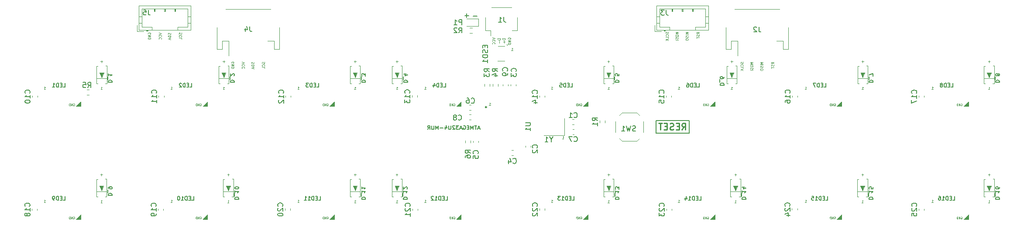
<source format=gbo>
G04 #@! TF.GenerationSoftware,KiCad,Pcbnew,(6.0.7)*
G04 #@! TF.CreationDate,2023-01-14T22:54:19+05:00*
G04 #@! TF.ProjectId,2x8 Music Keyboard PCB,32783820-4d75-4736-9963-204b6579626f,1*
G04 #@! TF.SameCoordinates,Original*
G04 #@! TF.FileFunction,Legend,Bot*
G04 #@! TF.FilePolarity,Positive*
%FSLAX46Y46*%
G04 Gerber Fmt 4.6, Leading zero omitted, Abs format (unit mm)*
G04 Created by KiCad (PCBNEW (6.0.7)) date 2023-01-14 22:54:19*
%MOMM*%
%LPD*%
G01*
G04 APERTURE LIST*
%ADD10C,0.150000*%
%ADD11C,0.125000*%
%ADD12C,0.250000*%
%ADD13C,0.100000*%
%ADD14C,0.120000*%
G04 APERTURE END LIST*
D10*
X180015000Y-101300000D02*
X186475000Y-101300000D01*
X186475000Y-101300000D02*
X186475000Y-103790000D01*
X186475000Y-103790000D02*
X180015000Y-103790000D01*
X180015000Y-103790000D02*
X180015000Y-101300000D01*
D11*
X104107380Y-89929761D02*
X104131190Y-90001190D01*
X104131190Y-90120238D01*
X104107380Y-90167857D01*
X104083571Y-90191666D01*
X104035952Y-90215476D01*
X103988333Y-90215476D01*
X103940714Y-90191666D01*
X103916904Y-90167857D01*
X103893095Y-90120238D01*
X103869285Y-90025000D01*
X103845476Y-89977380D01*
X103821666Y-89953571D01*
X103774047Y-89929761D01*
X103726428Y-89929761D01*
X103678809Y-89953571D01*
X103655000Y-89977380D01*
X103631190Y-90025000D01*
X103631190Y-90144047D01*
X103655000Y-90215476D01*
X104083571Y-90715476D02*
X104107380Y-90691666D01*
X104131190Y-90620238D01*
X104131190Y-90572619D01*
X104107380Y-90501190D01*
X104059761Y-90453571D01*
X104012142Y-90429761D01*
X103916904Y-90405952D01*
X103845476Y-90405952D01*
X103750238Y-90429761D01*
X103702619Y-90453571D01*
X103655000Y-90501190D01*
X103631190Y-90572619D01*
X103631190Y-90620238D01*
X103655000Y-90691666D01*
X103678809Y-90715476D01*
X104131190Y-91167857D02*
X104131190Y-90929761D01*
X103631190Y-90929761D01*
X151972142Y-87671190D02*
X152257857Y-87671190D01*
X152115000Y-87671190D02*
X152115000Y-87171190D01*
X152162619Y-87242619D01*
X152210238Y-87290238D01*
X152257857Y-87314047D01*
D12*
X185040476Y-103110476D02*
X185457142Y-102515238D01*
X185754761Y-103110476D02*
X185754761Y-101860476D01*
X185278571Y-101860476D01*
X185159523Y-101920000D01*
X185100000Y-101979523D01*
X185040476Y-102098571D01*
X185040476Y-102277142D01*
X185100000Y-102396190D01*
X185159523Y-102455714D01*
X185278571Y-102515238D01*
X185754761Y-102515238D01*
X184504761Y-102455714D02*
X184088095Y-102455714D01*
X183909523Y-103110476D02*
X184504761Y-103110476D01*
X184504761Y-101860476D01*
X183909523Y-101860476D01*
X183433333Y-103050952D02*
X183254761Y-103110476D01*
X182957142Y-103110476D01*
X182838095Y-103050952D01*
X182778571Y-102991428D01*
X182719047Y-102872380D01*
X182719047Y-102753333D01*
X182778571Y-102634285D01*
X182838095Y-102574761D01*
X182957142Y-102515238D01*
X183195238Y-102455714D01*
X183314285Y-102396190D01*
X183373809Y-102336666D01*
X183433333Y-102217619D01*
X183433333Y-102098571D01*
X183373809Y-101979523D01*
X183314285Y-101920000D01*
X183195238Y-101860476D01*
X182897619Y-101860476D01*
X182719047Y-101920000D01*
X182183333Y-102455714D02*
X181766666Y-102455714D01*
X181588095Y-103110476D02*
X182183333Y-103110476D01*
X182183333Y-101860476D01*
X181588095Y-101860476D01*
X181230952Y-101860476D02*
X180516666Y-101860476D01*
X180873809Y-103110476D02*
X180873809Y-101860476D01*
D11*
X97665000Y-90144047D02*
X97641190Y-90096428D01*
X97641190Y-90025000D01*
X97665000Y-89953571D01*
X97712619Y-89905952D01*
X97760238Y-89882142D01*
X97855476Y-89858333D01*
X97926904Y-89858333D01*
X98022142Y-89882142D01*
X98069761Y-89905952D01*
X98117380Y-89953571D01*
X98141190Y-90025000D01*
X98141190Y-90072619D01*
X98117380Y-90144047D01*
X98093571Y-90167857D01*
X97926904Y-90167857D01*
X97926904Y-90072619D01*
X98141190Y-90382142D02*
X97641190Y-90382142D01*
X98141190Y-90667857D01*
X97641190Y-90667857D01*
X98141190Y-90905952D02*
X97641190Y-90905952D01*
X97641190Y-91025000D01*
X97665000Y-91096428D01*
X97712619Y-91144047D01*
X97760238Y-91167857D01*
X97855476Y-91191666D01*
X97926904Y-91191666D01*
X98022142Y-91167857D01*
X98069761Y-91144047D01*
X98117380Y-91096428D01*
X98141190Y-91025000D01*
X98141190Y-90905952D01*
X87977380Y-84249761D02*
X88001190Y-84321190D01*
X88001190Y-84440238D01*
X87977380Y-84487857D01*
X87953571Y-84511666D01*
X87905952Y-84535476D01*
X87858333Y-84535476D01*
X87810714Y-84511666D01*
X87786904Y-84487857D01*
X87763095Y-84440238D01*
X87739285Y-84345000D01*
X87715476Y-84297380D01*
X87691666Y-84273571D01*
X87644047Y-84249761D01*
X87596428Y-84249761D01*
X87548809Y-84273571D01*
X87525000Y-84297380D01*
X87501190Y-84345000D01*
X87501190Y-84464047D01*
X87525000Y-84535476D01*
X87953571Y-85035476D02*
X87977380Y-85011666D01*
X88001190Y-84940238D01*
X88001190Y-84892619D01*
X87977380Y-84821190D01*
X87929761Y-84773571D01*
X87882142Y-84749761D01*
X87786904Y-84725952D01*
X87715476Y-84725952D01*
X87620238Y-84749761D01*
X87572619Y-84773571D01*
X87525000Y-84821190D01*
X87501190Y-84892619D01*
X87501190Y-84940238D01*
X87525000Y-85011666D01*
X87548809Y-85035476D01*
X88001190Y-85487857D02*
X88001190Y-85249761D01*
X87501190Y-85249761D01*
X202891190Y-90261190D02*
X202653095Y-90094523D01*
X202891190Y-89975476D02*
X202391190Y-89975476D01*
X202391190Y-90165952D01*
X202415000Y-90213571D01*
X202438809Y-90237380D01*
X202486428Y-90261190D01*
X202557857Y-90261190D01*
X202605476Y-90237380D01*
X202629285Y-90213571D01*
X202653095Y-90165952D01*
X202653095Y-89975476D01*
X202867380Y-90451666D02*
X202891190Y-90523095D01*
X202891190Y-90642142D01*
X202867380Y-90689761D01*
X202843571Y-90713571D01*
X202795952Y-90737380D01*
X202748333Y-90737380D01*
X202700714Y-90713571D01*
X202676904Y-90689761D01*
X202653095Y-90642142D01*
X202629285Y-90546904D01*
X202605476Y-90499285D01*
X202581666Y-90475476D01*
X202534047Y-90451666D01*
X202486428Y-90451666D01*
X202438809Y-90475476D01*
X202415000Y-90499285D01*
X202391190Y-90546904D01*
X202391190Y-90665952D01*
X202415000Y-90737380D01*
X202391190Y-90880238D02*
X202391190Y-91165952D01*
X202891190Y-91023095D02*
X202391190Y-91023095D01*
X83581190Y-84188333D02*
X84081190Y-84355000D01*
X83581190Y-84521666D01*
X84033571Y-84974047D02*
X84057380Y-84950238D01*
X84081190Y-84878809D01*
X84081190Y-84831190D01*
X84057380Y-84759761D01*
X84009761Y-84712142D01*
X83962142Y-84688333D01*
X83866904Y-84664523D01*
X83795476Y-84664523D01*
X83700238Y-84688333D01*
X83652619Y-84712142D01*
X83605000Y-84759761D01*
X83581190Y-84831190D01*
X83581190Y-84878809D01*
X83605000Y-84950238D01*
X83628809Y-84974047D01*
X84033571Y-85474047D02*
X84057380Y-85450238D01*
X84081190Y-85378809D01*
X84081190Y-85331190D01*
X84057380Y-85259761D01*
X84009761Y-85212142D01*
X83962142Y-85188333D01*
X83866904Y-85164523D01*
X83795476Y-85164523D01*
X83700238Y-85188333D01*
X83652619Y-85212142D01*
X83605000Y-85259761D01*
X83581190Y-85331190D01*
X83581190Y-85378809D01*
X83605000Y-85450238D01*
X83628809Y-85474047D01*
X186271190Y-84089285D02*
X185771190Y-84089285D01*
X186128333Y-84255952D01*
X185771190Y-84422619D01*
X186271190Y-84422619D01*
X186271190Y-84660714D02*
X185771190Y-84660714D01*
X186247380Y-84875000D02*
X186271190Y-84946428D01*
X186271190Y-85065476D01*
X186247380Y-85113095D01*
X186223571Y-85136904D01*
X186175952Y-85160714D01*
X186128333Y-85160714D01*
X186080714Y-85136904D01*
X186056904Y-85113095D01*
X186033095Y-85065476D01*
X186009285Y-84970238D01*
X185985476Y-84922619D01*
X185961666Y-84898809D01*
X185914047Y-84875000D01*
X185866428Y-84875000D01*
X185818809Y-84898809D01*
X185795000Y-84922619D01*
X185771190Y-84970238D01*
X185771190Y-85089285D01*
X185795000Y-85160714D01*
X185771190Y-85470238D02*
X185771190Y-85565476D01*
X185795000Y-85613095D01*
X185842619Y-85660714D01*
X185937857Y-85684523D01*
X186104523Y-85684523D01*
X186199761Y-85660714D01*
X186247380Y-85613095D01*
X186271190Y-85565476D01*
X186271190Y-85470238D01*
X186247380Y-85422619D01*
X186199761Y-85375000D01*
X186104523Y-85351190D01*
X185937857Y-85351190D01*
X185842619Y-85375000D01*
X185795000Y-85422619D01*
X185771190Y-85470238D01*
X188401190Y-84401190D02*
X188163095Y-84234523D01*
X188401190Y-84115476D02*
X187901190Y-84115476D01*
X187901190Y-84305952D01*
X187925000Y-84353571D01*
X187948809Y-84377380D01*
X187996428Y-84401190D01*
X188067857Y-84401190D01*
X188115476Y-84377380D01*
X188139285Y-84353571D01*
X188163095Y-84305952D01*
X188163095Y-84115476D01*
X188377380Y-84591666D02*
X188401190Y-84663095D01*
X188401190Y-84782142D01*
X188377380Y-84829761D01*
X188353571Y-84853571D01*
X188305952Y-84877380D01*
X188258333Y-84877380D01*
X188210714Y-84853571D01*
X188186904Y-84829761D01*
X188163095Y-84782142D01*
X188139285Y-84686904D01*
X188115476Y-84639285D01*
X188091666Y-84615476D01*
X188044047Y-84591666D01*
X187996428Y-84591666D01*
X187948809Y-84615476D01*
X187925000Y-84639285D01*
X187901190Y-84686904D01*
X187901190Y-84805952D01*
X187925000Y-84877380D01*
X187901190Y-85020238D02*
X187901190Y-85305952D01*
X188401190Y-85163095D02*
X187901190Y-85163095D01*
X184321190Y-84089285D02*
X183821190Y-84089285D01*
X184178333Y-84255952D01*
X183821190Y-84422619D01*
X184321190Y-84422619D01*
X183821190Y-84755952D02*
X183821190Y-84851190D01*
X183845000Y-84898809D01*
X183892619Y-84946428D01*
X183987857Y-84970238D01*
X184154523Y-84970238D01*
X184249761Y-84946428D01*
X184297380Y-84898809D01*
X184321190Y-84851190D01*
X184321190Y-84755952D01*
X184297380Y-84708333D01*
X184249761Y-84660714D01*
X184154523Y-84636904D01*
X183987857Y-84636904D01*
X183892619Y-84660714D01*
X183845000Y-84708333D01*
X183821190Y-84755952D01*
X184297380Y-85160714D02*
X184321190Y-85232142D01*
X184321190Y-85351190D01*
X184297380Y-85398809D01*
X184273571Y-85422619D01*
X184225952Y-85446428D01*
X184178333Y-85446428D01*
X184130714Y-85422619D01*
X184106904Y-85398809D01*
X184083095Y-85351190D01*
X184059285Y-85255952D01*
X184035476Y-85208333D01*
X184011666Y-85184523D01*
X183964047Y-85160714D01*
X183916428Y-85160714D01*
X183868809Y-85184523D01*
X183845000Y-85208333D01*
X183821190Y-85255952D01*
X183821190Y-85375000D01*
X183845000Y-85446428D01*
X184321190Y-85660714D02*
X183821190Y-85660714D01*
X102007380Y-89957857D02*
X102031190Y-90029285D01*
X102031190Y-90148333D01*
X102007380Y-90195952D01*
X101983571Y-90219761D01*
X101935952Y-90243571D01*
X101888333Y-90243571D01*
X101840714Y-90219761D01*
X101816904Y-90195952D01*
X101793095Y-90148333D01*
X101769285Y-90053095D01*
X101745476Y-90005476D01*
X101721666Y-89981666D01*
X101674047Y-89957857D01*
X101626428Y-89957857D01*
X101578809Y-89981666D01*
X101555000Y-90005476D01*
X101531190Y-90053095D01*
X101531190Y-90172142D01*
X101555000Y-90243571D01*
X102031190Y-90457857D02*
X101531190Y-90457857D01*
X101531190Y-90576904D01*
X101555000Y-90648333D01*
X101602619Y-90695952D01*
X101650238Y-90719761D01*
X101745476Y-90743571D01*
X101816904Y-90743571D01*
X101912142Y-90719761D01*
X101959761Y-90695952D01*
X102007380Y-90648333D01*
X102031190Y-90576904D01*
X102031190Y-90457857D01*
X101888333Y-90934047D02*
X101888333Y-91172142D01*
X102031190Y-90886428D02*
X101531190Y-91053095D01*
X102031190Y-91219761D01*
X85877380Y-84277857D02*
X85901190Y-84349285D01*
X85901190Y-84468333D01*
X85877380Y-84515952D01*
X85853571Y-84539761D01*
X85805952Y-84563571D01*
X85758333Y-84563571D01*
X85710714Y-84539761D01*
X85686904Y-84515952D01*
X85663095Y-84468333D01*
X85639285Y-84373095D01*
X85615476Y-84325476D01*
X85591666Y-84301666D01*
X85544047Y-84277857D01*
X85496428Y-84277857D01*
X85448809Y-84301666D01*
X85425000Y-84325476D01*
X85401190Y-84373095D01*
X85401190Y-84492142D01*
X85425000Y-84563571D01*
X85901190Y-84777857D02*
X85401190Y-84777857D01*
X85401190Y-84896904D01*
X85425000Y-84968333D01*
X85472619Y-85015952D01*
X85520238Y-85039761D01*
X85615476Y-85063571D01*
X85686904Y-85063571D01*
X85782142Y-85039761D01*
X85829761Y-85015952D01*
X85877380Y-84968333D01*
X85901190Y-84896904D01*
X85901190Y-84777857D01*
X85758333Y-85254047D02*
X85758333Y-85492142D01*
X85901190Y-85206428D02*
X85401190Y-85373095D01*
X85901190Y-85539761D01*
X198811190Y-89949285D02*
X198311190Y-89949285D01*
X198668333Y-90115952D01*
X198311190Y-90282619D01*
X198811190Y-90282619D01*
X198311190Y-90615952D02*
X198311190Y-90711190D01*
X198335000Y-90758809D01*
X198382619Y-90806428D01*
X198477857Y-90830238D01*
X198644523Y-90830238D01*
X198739761Y-90806428D01*
X198787380Y-90758809D01*
X198811190Y-90711190D01*
X198811190Y-90615952D01*
X198787380Y-90568333D01*
X198739761Y-90520714D01*
X198644523Y-90496904D01*
X198477857Y-90496904D01*
X198382619Y-90520714D01*
X198335000Y-90568333D01*
X198311190Y-90615952D01*
X198787380Y-91020714D02*
X198811190Y-91092142D01*
X198811190Y-91211190D01*
X198787380Y-91258809D01*
X198763571Y-91282619D01*
X198715952Y-91306428D01*
X198668333Y-91306428D01*
X198620714Y-91282619D01*
X198596904Y-91258809D01*
X198573095Y-91211190D01*
X198549285Y-91115952D01*
X198525476Y-91068333D01*
X198501666Y-91044523D01*
X198454047Y-91020714D01*
X198406428Y-91020714D01*
X198358809Y-91044523D01*
X198335000Y-91068333D01*
X198311190Y-91115952D01*
X198311190Y-91235000D01*
X198335000Y-91306428D01*
X198811190Y-91520714D02*
X198311190Y-91520714D01*
X196907380Y-89929761D02*
X196931190Y-90001190D01*
X196931190Y-90120238D01*
X196907380Y-90167857D01*
X196883571Y-90191666D01*
X196835952Y-90215476D01*
X196788333Y-90215476D01*
X196740714Y-90191666D01*
X196716904Y-90167857D01*
X196693095Y-90120238D01*
X196669285Y-90025000D01*
X196645476Y-89977380D01*
X196621666Y-89953571D01*
X196574047Y-89929761D01*
X196526428Y-89929761D01*
X196478809Y-89953571D01*
X196455000Y-89977380D01*
X196431190Y-90025000D01*
X196431190Y-90144047D01*
X196455000Y-90215476D01*
X196883571Y-90715476D02*
X196907380Y-90691666D01*
X196931190Y-90620238D01*
X196931190Y-90572619D01*
X196907380Y-90501190D01*
X196859761Y-90453571D01*
X196812142Y-90429761D01*
X196716904Y-90405952D01*
X196645476Y-90405952D01*
X196550238Y-90429761D01*
X196502619Y-90453571D01*
X196455000Y-90501190D01*
X196431190Y-90572619D01*
X196431190Y-90620238D01*
X196455000Y-90691666D01*
X196478809Y-90715476D01*
X196931190Y-91167857D02*
X196931190Y-90929761D01*
X196431190Y-90929761D01*
X196931190Y-91334523D02*
X196431190Y-91334523D01*
X196931190Y-91620238D02*
X196645476Y-91405952D01*
X196431190Y-91620238D02*
X196716904Y-91334523D01*
X147652142Y-98331190D02*
X147937857Y-98331190D01*
X147795000Y-98331190D02*
X147795000Y-97831190D01*
X147842619Y-97902619D01*
X147890238Y-97950238D01*
X147937857Y-97974047D01*
X200761190Y-89949285D02*
X200261190Y-89949285D01*
X200618333Y-90115952D01*
X200261190Y-90282619D01*
X200761190Y-90282619D01*
X200761190Y-90520714D02*
X200261190Y-90520714D01*
X200737380Y-90735000D02*
X200761190Y-90806428D01*
X200761190Y-90925476D01*
X200737380Y-90973095D01*
X200713571Y-90996904D01*
X200665952Y-91020714D01*
X200618333Y-91020714D01*
X200570714Y-90996904D01*
X200546904Y-90973095D01*
X200523095Y-90925476D01*
X200499285Y-90830238D01*
X200475476Y-90782619D01*
X200451666Y-90758809D01*
X200404047Y-90735000D01*
X200356428Y-90735000D01*
X200308809Y-90758809D01*
X200285000Y-90782619D01*
X200261190Y-90830238D01*
X200261190Y-90949285D01*
X200285000Y-91020714D01*
X200261190Y-91330238D02*
X200261190Y-91425476D01*
X200285000Y-91473095D01*
X200332619Y-91520714D01*
X200427857Y-91544523D01*
X200594523Y-91544523D01*
X200689761Y-91520714D01*
X200737380Y-91473095D01*
X200761190Y-91425476D01*
X200761190Y-91330238D01*
X200737380Y-91282619D01*
X200689761Y-91235000D01*
X200594523Y-91211190D01*
X200427857Y-91211190D01*
X200332619Y-91235000D01*
X200285000Y-91282619D01*
X200261190Y-91330238D01*
X99711190Y-89868333D02*
X100211190Y-90035000D01*
X99711190Y-90201666D01*
X100163571Y-90654047D02*
X100187380Y-90630238D01*
X100211190Y-90558809D01*
X100211190Y-90511190D01*
X100187380Y-90439761D01*
X100139761Y-90392142D01*
X100092142Y-90368333D01*
X99996904Y-90344523D01*
X99925476Y-90344523D01*
X99830238Y-90368333D01*
X99782619Y-90392142D01*
X99735000Y-90439761D01*
X99711190Y-90511190D01*
X99711190Y-90558809D01*
X99735000Y-90630238D01*
X99758809Y-90654047D01*
X100163571Y-91154047D02*
X100187380Y-91130238D01*
X100211190Y-91058809D01*
X100211190Y-91011190D01*
X100187380Y-90939761D01*
X100139761Y-90892142D01*
X100092142Y-90868333D01*
X99996904Y-90844523D01*
X99925476Y-90844523D01*
X99830238Y-90868333D01*
X99782619Y-90892142D01*
X99735000Y-90939761D01*
X99711190Y-91011190D01*
X99711190Y-91058809D01*
X99735000Y-91130238D01*
X99758809Y-91154047D01*
X81535000Y-84464047D02*
X81511190Y-84416428D01*
X81511190Y-84345000D01*
X81535000Y-84273571D01*
X81582619Y-84225952D01*
X81630238Y-84202142D01*
X81725476Y-84178333D01*
X81796904Y-84178333D01*
X81892142Y-84202142D01*
X81939761Y-84225952D01*
X81987380Y-84273571D01*
X82011190Y-84345000D01*
X82011190Y-84392619D01*
X81987380Y-84464047D01*
X81963571Y-84487857D01*
X81796904Y-84487857D01*
X81796904Y-84392619D01*
X82011190Y-84702142D02*
X81511190Y-84702142D01*
X82011190Y-84987857D01*
X81511190Y-84987857D01*
X82011190Y-85225952D02*
X81511190Y-85225952D01*
X81511190Y-85345000D01*
X81535000Y-85416428D01*
X81582619Y-85464047D01*
X81630238Y-85487857D01*
X81725476Y-85511666D01*
X81796904Y-85511666D01*
X81892142Y-85487857D01*
X81939761Y-85464047D01*
X81987380Y-85416428D01*
X82011190Y-85345000D01*
X82011190Y-85225952D01*
X182417380Y-84069761D02*
X182441190Y-84141190D01*
X182441190Y-84260238D01*
X182417380Y-84307857D01*
X182393571Y-84331666D01*
X182345952Y-84355476D01*
X182298333Y-84355476D01*
X182250714Y-84331666D01*
X182226904Y-84307857D01*
X182203095Y-84260238D01*
X182179285Y-84165000D01*
X182155476Y-84117380D01*
X182131666Y-84093571D01*
X182084047Y-84069761D01*
X182036428Y-84069761D01*
X181988809Y-84093571D01*
X181965000Y-84117380D01*
X181941190Y-84165000D01*
X181941190Y-84284047D01*
X181965000Y-84355476D01*
X182393571Y-84855476D02*
X182417380Y-84831666D01*
X182441190Y-84760238D01*
X182441190Y-84712619D01*
X182417380Y-84641190D01*
X182369761Y-84593571D01*
X182322142Y-84569761D01*
X182226904Y-84545952D01*
X182155476Y-84545952D01*
X182060238Y-84569761D01*
X182012619Y-84593571D01*
X181965000Y-84641190D01*
X181941190Y-84712619D01*
X181941190Y-84760238D01*
X181965000Y-84831666D01*
X181988809Y-84855476D01*
X182441190Y-85307857D02*
X182441190Y-85069761D01*
X181941190Y-85069761D01*
X182441190Y-85474523D02*
X181941190Y-85474523D01*
X182441190Y-85760238D02*
X182155476Y-85545952D01*
X181941190Y-85760238D02*
X182226904Y-85474523D01*
D10*
G04 #@! TO.C,C20*
X107572142Y-117977142D02*
X107619761Y-117929523D01*
X107667380Y-117786666D01*
X107667380Y-117691428D01*
X107619761Y-117548571D01*
X107524523Y-117453333D01*
X107429285Y-117405714D01*
X107238809Y-117358095D01*
X107095952Y-117358095D01*
X106905476Y-117405714D01*
X106810238Y-117453333D01*
X106715000Y-117548571D01*
X106667380Y-117691428D01*
X106667380Y-117786666D01*
X106715000Y-117929523D01*
X106762619Y-117977142D01*
X106762619Y-118358095D02*
X106715000Y-118405714D01*
X106667380Y-118500952D01*
X106667380Y-118739047D01*
X106715000Y-118834285D01*
X106762619Y-118881904D01*
X106857857Y-118929523D01*
X106953095Y-118929523D01*
X107095952Y-118881904D01*
X107667380Y-118310476D01*
X107667380Y-118929523D01*
X106667380Y-119548571D02*
X106667380Y-119643809D01*
X106715000Y-119739047D01*
X106762619Y-119786666D01*
X106857857Y-119834285D01*
X107048333Y-119881904D01*
X107286428Y-119881904D01*
X107476904Y-119834285D01*
X107572142Y-119786666D01*
X107619761Y-119739047D01*
X107667380Y-119643809D01*
X107667380Y-119548571D01*
X107619761Y-119453333D01*
X107572142Y-119405714D01*
X107476904Y-119358095D01*
X107286428Y-119310476D01*
X107048333Y-119310476D01*
X106857857Y-119358095D01*
X106762619Y-119405714D01*
X106715000Y-119453333D01*
X106667380Y-119548571D01*
G04 #@! TO.C,LED9*
X65044285Y-116804280D02*
X65401428Y-116804280D01*
X65401428Y-116054280D01*
X64794285Y-116411423D02*
X64544285Y-116411423D01*
X64437142Y-116804280D02*
X64794285Y-116804280D01*
X64794285Y-116054280D01*
X64437142Y-116054280D01*
X64115714Y-116804280D02*
X64115714Y-116054280D01*
X63937142Y-116054280D01*
X63830000Y-116089995D01*
X63758571Y-116161423D01*
X63722857Y-116232852D01*
X63687142Y-116375709D01*
X63687142Y-116482852D01*
X63722857Y-116625709D01*
X63758571Y-116697137D01*
X63830000Y-116768566D01*
X63937142Y-116804280D01*
X64115714Y-116804280D01*
X63330000Y-116804280D02*
X63187142Y-116804280D01*
X63115714Y-116768566D01*
X63080000Y-116732852D01*
X63008571Y-116625709D01*
X62972857Y-116482852D01*
X62972857Y-116197137D01*
X63008571Y-116125709D01*
X63044285Y-116089995D01*
X63115714Y-116054280D01*
X63258571Y-116054280D01*
X63330000Y-116089995D01*
X63365714Y-116125709D01*
X63401428Y-116197137D01*
X63401428Y-116375709D01*
X63365714Y-116447137D01*
X63330000Y-116482852D01*
X63258571Y-116518566D01*
X63115714Y-116518566D01*
X63044285Y-116482852D01*
X63008571Y-116447137D01*
X62972857Y-116375709D01*
D13*
X66999761Y-120034995D02*
X67037857Y-120015947D01*
X67095000Y-120015947D01*
X67152142Y-120034995D01*
X67190238Y-120073090D01*
X67209285Y-120111185D01*
X67228333Y-120187375D01*
X67228333Y-120244518D01*
X67209285Y-120320709D01*
X67190238Y-120358804D01*
X67152142Y-120396899D01*
X67095000Y-120415947D01*
X67056904Y-120415947D01*
X66999761Y-120396899D01*
X66980714Y-120377852D01*
X66980714Y-120244518D01*
X67056904Y-120244518D01*
X66809285Y-120415947D02*
X66809285Y-120015947D01*
X66580714Y-120415947D01*
X66580714Y-120015947D01*
X66390238Y-120415947D02*
X66390238Y-120015947D01*
X66295000Y-120015947D01*
X66237857Y-120034995D01*
X66199761Y-120073090D01*
X66180714Y-120111185D01*
X66161666Y-120187375D01*
X66161666Y-120244518D01*
X66180714Y-120320709D01*
X66199761Y-120358804D01*
X66237857Y-120396899D01*
X66295000Y-120415947D01*
X66390238Y-120415947D01*
D11*
X61302142Y-117231185D02*
X61587857Y-117231185D01*
X61445000Y-117231185D02*
X61445000Y-116731185D01*
X61492619Y-116802614D01*
X61540238Y-116850233D01*
X61587857Y-116874042D01*
D10*
G04 #@! TO.C,C10*
X58542142Y-95997142D02*
X58589761Y-95949523D01*
X58637380Y-95806666D01*
X58637380Y-95711428D01*
X58589761Y-95568571D01*
X58494523Y-95473333D01*
X58399285Y-95425714D01*
X58208809Y-95378095D01*
X58065952Y-95378095D01*
X57875476Y-95425714D01*
X57780238Y-95473333D01*
X57685000Y-95568571D01*
X57637380Y-95711428D01*
X57637380Y-95806666D01*
X57685000Y-95949523D01*
X57732619Y-95997142D01*
X58637380Y-96949523D02*
X58637380Y-96378095D01*
X58637380Y-96663809D02*
X57637380Y-96663809D01*
X57780238Y-96568571D01*
X57875476Y-96473333D01*
X57923095Y-96378095D01*
X57637380Y-97568571D02*
X57637380Y-97663809D01*
X57685000Y-97759047D01*
X57732619Y-97806666D01*
X57827857Y-97854285D01*
X58018333Y-97901904D01*
X58256428Y-97901904D01*
X58446904Y-97854285D01*
X58542142Y-97806666D01*
X58589761Y-97759047D01*
X58637380Y-97663809D01*
X58637380Y-97568571D01*
X58589761Y-97473333D01*
X58542142Y-97425714D01*
X58446904Y-97378095D01*
X58256428Y-97330476D01*
X58018333Y-97330476D01*
X57827857Y-97378095D01*
X57732619Y-97425714D01*
X57685000Y-97473333D01*
X57637380Y-97568571D01*
G04 #@! TO.C,LED3*
X114244285Y-94804285D02*
X114601428Y-94804285D01*
X114601428Y-94054285D01*
X113994285Y-94411428D02*
X113744285Y-94411428D01*
X113637142Y-94804285D02*
X113994285Y-94804285D01*
X113994285Y-94054285D01*
X113637142Y-94054285D01*
X113315714Y-94804285D02*
X113315714Y-94054285D01*
X113137142Y-94054285D01*
X113030000Y-94090000D01*
X112958571Y-94161428D01*
X112922857Y-94232857D01*
X112887142Y-94375714D01*
X112887142Y-94482857D01*
X112922857Y-94625714D01*
X112958571Y-94697142D01*
X113030000Y-94768571D01*
X113137142Y-94804285D01*
X113315714Y-94804285D01*
X112637142Y-94054285D02*
X112172857Y-94054285D01*
X112422857Y-94340000D01*
X112315714Y-94340000D01*
X112244285Y-94375714D01*
X112208571Y-94411428D01*
X112172857Y-94482857D01*
X112172857Y-94661428D01*
X112208571Y-94732857D01*
X112244285Y-94768571D01*
X112315714Y-94804285D01*
X112530000Y-94804285D01*
X112601428Y-94768571D01*
X112637142Y-94732857D01*
D13*
X116199761Y-98035000D02*
X116237857Y-98015952D01*
X116295000Y-98015952D01*
X116352142Y-98035000D01*
X116390238Y-98073095D01*
X116409285Y-98111190D01*
X116428333Y-98187380D01*
X116428333Y-98244523D01*
X116409285Y-98320714D01*
X116390238Y-98358809D01*
X116352142Y-98396904D01*
X116295000Y-98415952D01*
X116256904Y-98415952D01*
X116199761Y-98396904D01*
X116180714Y-98377857D01*
X116180714Y-98244523D01*
X116256904Y-98244523D01*
X116009285Y-98415952D02*
X116009285Y-98015952D01*
X115780714Y-98415952D01*
X115780714Y-98015952D01*
X115590238Y-98415952D02*
X115590238Y-98015952D01*
X115495000Y-98015952D01*
X115437857Y-98035000D01*
X115399761Y-98073095D01*
X115380714Y-98111190D01*
X115361666Y-98187380D01*
X115361666Y-98244523D01*
X115380714Y-98320714D01*
X115399761Y-98358809D01*
X115437857Y-98396904D01*
X115495000Y-98415952D01*
X115590238Y-98415952D01*
D11*
X110502142Y-95231190D02*
X110787857Y-95231190D01*
X110645000Y-95231190D02*
X110645000Y-94731190D01*
X110692619Y-94802619D01*
X110740238Y-94850238D01*
X110787857Y-94874047D01*
D10*
G04 #@! TO.C,C1*
X164131666Y-100662142D02*
X164179285Y-100709761D01*
X164322142Y-100757380D01*
X164417380Y-100757380D01*
X164560238Y-100709761D01*
X164655476Y-100614523D01*
X164703095Y-100519285D01*
X164750714Y-100328809D01*
X164750714Y-100185952D01*
X164703095Y-99995476D01*
X164655476Y-99900238D01*
X164560238Y-99805000D01*
X164417380Y-99757380D01*
X164322142Y-99757380D01*
X164179285Y-99805000D01*
X164131666Y-99852619D01*
X163179285Y-100757380D02*
X163750714Y-100757380D01*
X163465000Y-100757380D02*
X163465000Y-99757380D01*
X163560238Y-99900238D01*
X163655476Y-99995476D01*
X163750714Y-100043095D01*
G04 #@! TO.C,C21*
X132282142Y-118002142D02*
X132329761Y-117954523D01*
X132377380Y-117811666D01*
X132377380Y-117716428D01*
X132329761Y-117573571D01*
X132234523Y-117478333D01*
X132139285Y-117430714D01*
X131948809Y-117383095D01*
X131805952Y-117383095D01*
X131615476Y-117430714D01*
X131520238Y-117478333D01*
X131425000Y-117573571D01*
X131377380Y-117716428D01*
X131377380Y-117811666D01*
X131425000Y-117954523D01*
X131472619Y-118002142D01*
X131472619Y-118383095D02*
X131425000Y-118430714D01*
X131377380Y-118525952D01*
X131377380Y-118764047D01*
X131425000Y-118859285D01*
X131472619Y-118906904D01*
X131567857Y-118954523D01*
X131663095Y-118954523D01*
X131805952Y-118906904D01*
X132377380Y-118335476D01*
X132377380Y-118954523D01*
X132377380Y-119906904D02*
X132377380Y-119335476D01*
X132377380Y-119621190D02*
X131377380Y-119621190D01*
X131520238Y-119525952D01*
X131615476Y-119430714D01*
X131663095Y-119335476D01*
G04 #@! TO.C,LED2*
X89644285Y-94804285D02*
X90001428Y-94804285D01*
X90001428Y-94054285D01*
X89394285Y-94411428D02*
X89144285Y-94411428D01*
X89037142Y-94804285D02*
X89394285Y-94804285D01*
X89394285Y-94054285D01*
X89037142Y-94054285D01*
X88715714Y-94804285D02*
X88715714Y-94054285D01*
X88537142Y-94054285D01*
X88430000Y-94090000D01*
X88358571Y-94161428D01*
X88322857Y-94232857D01*
X88287142Y-94375714D01*
X88287142Y-94482857D01*
X88322857Y-94625714D01*
X88358571Y-94697142D01*
X88430000Y-94768571D01*
X88537142Y-94804285D01*
X88715714Y-94804285D01*
X88001428Y-94125714D02*
X87965714Y-94090000D01*
X87894285Y-94054285D01*
X87715714Y-94054285D01*
X87644285Y-94090000D01*
X87608571Y-94125714D01*
X87572857Y-94197142D01*
X87572857Y-94268571D01*
X87608571Y-94375714D01*
X88037142Y-94804285D01*
X87572857Y-94804285D01*
D13*
X91599761Y-98035000D02*
X91637857Y-98015952D01*
X91695000Y-98015952D01*
X91752142Y-98035000D01*
X91790238Y-98073095D01*
X91809285Y-98111190D01*
X91828333Y-98187380D01*
X91828333Y-98244523D01*
X91809285Y-98320714D01*
X91790238Y-98358809D01*
X91752142Y-98396904D01*
X91695000Y-98415952D01*
X91656904Y-98415952D01*
X91599761Y-98396904D01*
X91580714Y-98377857D01*
X91580714Y-98244523D01*
X91656904Y-98244523D01*
X91409285Y-98415952D02*
X91409285Y-98015952D01*
X91180714Y-98415952D01*
X91180714Y-98015952D01*
X90990238Y-98415952D02*
X90990238Y-98015952D01*
X90895000Y-98015952D01*
X90837857Y-98035000D01*
X90799761Y-98073095D01*
X90780714Y-98111190D01*
X90761666Y-98187380D01*
X90761666Y-98244523D01*
X90780714Y-98320714D01*
X90799761Y-98358809D01*
X90837857Y-98396904D01*
X90895000Y-98415952D01*
X90990238Y-98415952D01*
D11*
X85902142Y-95231190D02*
X86187857Y-95231190D01*
X86045000Y-95231190D02*
X86045000Y-94731190D01*
X86092619Y-94802619D01*
X86140238Y-94850238D01*
X86187857Y-94874047D01*
D10*
G04 #@! TO.C,C4*
X152311666Y-109572142D02*
X152359285Y-109619761D01*
X152502142Y-109667380D01*
X152597380Y-109667380D01*
X152740238Y-109619761D01*
X152835476Y-109524523D01*
X152883095Y-109429285D01*
X152930714Y-109238809D01*
X152930714Y-109095952D01*
X152883095Y-108905476D01*
X152835476Y-108810238D01*
X152740238Y-108715000D01*
X152597380Y-108667380D01*
X152502142Y-108667380D01*
X152359285Y-108715000D01*
X152311666Y-108762619D01*
X151454523Y-109000714D02*
X151454523Y-109667380D01*
X151692619Y-108619761D02*
X151930714Y-109334047D01*
X151311666Y-109334047D01*
G04 #@! TO.C,ESD1*
X146873571Y-86688333D02*
X146873571Y-87021666D01*
X147397380Y-87164523D02*
X147397380Y-86688333D01*
X146397380Y-86688333D01*
X146397380Y-87164523D01*
X147349761Y-87545476D02*
X147397380Y-87688333D01*
X147397380Y-87926428D01*
X147349761Y-88021666D01*
X147302142Y-88069285D01*
X147206904Y-88116904D01*
X147111666Y-88116904D01*
X147016428Y-88069285D01*
X146968809Y-88021666D01*
X146921190Y-87926428D01*
X146873571Y-87735952D01*
X146825952Y-87640714D01*
X146778333Y-87593095D01*
X146683095Y-87545476D01*
X146587857Y-87545476D01*
X146492619Y-87593095D01*
X146445000Y-87640714D01*
X146397380Y-87735952D01*
X146397380Y-87974047D01*
X146445000Y-88116904D01*
X147397380Y-88545476D02*
X146397380Y-88545476D01*
X146397380Y-88783571D01*
X146445000Y-88926428D01*
X146540238Y-89021666D01*
X146635476Y-89069285D01*
X146825952Y-89116904D01*
X146968809Y-89116904D01*
X147159285Y-89069285D01*
X147254523Y-89021666D01*
X147349761Y-88926428D01*
X147397380Y-88783571D01*
X147397380Y-88545476D01*
X147397380Y-90069285D02*
X147397380Y-89497857D01*
X147397380Y-89783571D02*
X146397380Y-89783571D01*
X146540238Y-89688333D01*
X146635476Y-89593095D01*
X146683095Y-89497857D01*
G04 #@! TO.C,C15*
X181502142Y-95997142D02*
X181549761Y-95949523D01*
X181597380Y-95806666D01*
X181597380Y-95711428D01*
X181549761Y-95568571D01*
X181454523Y-95473333D01*
X181359285Y-95425714D01*
X181168809Y-95378095D01*
X181025952Y-95378095D01*
X180835476Y-95425714D01*
X180740238Y-95473333D01*
X180645000Y-95568571D01*
X180597380Y-95711428D01*
X180597380Y-95806666D01*
X180645000Y-95949523D01*
X180692619Y-95997142D01*
X181597380Y-96949523D02*
X181597380Y-96378095D01*
X181597380Y-96663809D02*
X180597380Y-96663809D01*
X180740238Y-96568571D01*
X180835476Y-96473333D01*
X180883095Y-96378095D01*
X180597380Y-97854285D02*
X180597380Y-97378095D01*
X181073571Y-97330476D01*
X181025952Y-97378095D01*
X180978333Y-97473333D01*
X180978333Y-97711428D01*
X181025952Y-97806666D01*
X181073571Y-97854285D01*
X181168809Y-97901904D01*
X181406904Y-97901904D01*
X181502142Y-97854285D01*
X181549761Y-97806666D01*
X181597380Y-97711428D01*
X181597380Y-97473333D01*
X181549761Y-97378095D01*
X181502142Y-97330476D01*
G04 #@! TO.C,C12*
X107712142Y-95987142D02*
X107759761Y-95939523D01*
X107807380Y-95796666D01*
X107807380Y-95701428D01*
X107759761Y-95558571D01*
X107664523Y-95463333D01*
X107569285Y-95415714D01*
X107378809Y-95368095D01*
X107235952Y-95368095D01*
X107045476Y-95415714D01*
X106950238Y-95463333D01*
X106855000Y-95558571D01*
X106807380Y-95701428D01*
X106807380Y-95796666D01*
X106855000Y-95939523D01*
X106902619Y-95987142D01*
X107807380Y-96939523D02*
X107807380Y-96368095D01*
X107807380Y-96653809D02*
X106807380Y-96653809D01*
X106950238Y-96558571D01*
X107045476Y-96463333D01*
X107093095Y-96368095D01*
X106902619Y-97320476D02*
X106855000Y-97368095D01*
X106807380Y-97463333D01*
X106807380Y-97701428D01*
X106855000Y-97796666D01*
X106902619Y-97844285D01*
X106997857Y-97891904D01*
X107093095Y-97891904D01*
X107235952Y-97844285D01*
X107807380Y-97272857D01*
X107807380Y-97891904D01*
G04 #@! TO.C,LED16*
X237601428Y-116804280D02*
X237958571Y-116804280D01*
X237958571Y-116054280D01*
X237351428Y-116411423D02*
X237101428Y-116411423D01*
X236994285Y-116804280D02*
X237351428Y-116804280D01*
X237351428Y-116054280D01*
X236994285Y-116054280D01*
X236672857Y-116804280D02*
X236672857Y-116054280D01*
X236494285Y-116054280D01*
X236387142Y-116089995D01*
X236315714Y-116161423D01*
X236280000Y-116232852D01*
X236244285Y-116375709D01*
X236244285Y-116482852D01*
X236280000Y-116625709D01*
X236315714Y-116697137D01*
X236387142Y-116768566D01*
X236494285Y-116804280D01*
X236672857Y-116804280D01*
X235530000Y-116804280D02*
X235958571Y-116804280D01*
X235744285Y-116804280D02*
X235744285Y-116054280D01*
X235815714Y-116161423D01*
X235887142Y-116232852D01*
X235958571Y-116268566D01*
X234887142Y-116054280D02*
X235030000Y-116054280D01*
X235101428Y-116089995D01*
X235137142Y-116125709D01*
X235208571Y-116232852D01*
X235244285Y-116375709D01*
X235244285Y-116661423D01*
X235208571Y-116732852D01*
X235172857Y-116768566D01*
X235101428Y-116804280D01*
X234958571Y-116804280D01*
X234887142Y-116768566D01*
X234851428Y-116732852D01*
X234815714Y-116661423D01*
X234815714Y-116482852D01*
X234851428Y-116411423D01*
X234887142Y-116375709D01*
X234958571Y-116339995D01*
X235101428Y-116339995D01*
X235172857Y-116375709D01*
X235208571Y-116411423D01*
X235244285Y-116482852D01*
D11*
X233502142Y-117231185D02*
X233787857Y-117231185D01*
X233645000Y-117231185D02*
X233645000Y-116731185D01*
X233692619Y-116802614D01*
X233740238Y-116850233D01*
X233787857Y-116874042D01*
D13*
X239199761Y-120034995D02*
X239237857Y-120015947D01*
X239295000Y-120015947D01*
X239352142Y-120034995D01*
X239390238Y-120073090D01*
X239409285Y-120111185D01*
X239428333Y-120187375D01*
X239428333Y-120244518D01*
X239409285Y-120320709D01*
X239390238Y-120358804D01*
X239352142Y-120396899D01*
X239295000Y-120415947D01*
X239256904Y-120415947D01*
X239199761Y-120396899D01*
X239180714Y-120377852D01*
X239180714Y-120244518D01*
X239256904Y-120244518D01*
X239009285Y-120415947D02*
X239009285Y-120015947D01*
X238780714Y-120415947D01*
X238780714Y-120015947D01*
X238590238Y-120415947D02*
X238590238Y-120015947D01*
X238495000Y-120015947D01*
X238437857Y-120034995D01*
X238399761Y-120073090D01*
X238380714Y-120111185D01*
X238361666Y-120187375D01*
X238361666Y-120244518D01*
X238380714Y-120320709D01*
X238399761Y-120358804D01*
X238437857Y-120396899D01*
X238495000Y-120415947D01*
X238590238Y-120415947D01*
D10*
G04 #@! TO.C,R3*
X147727380Y-91808333D02*
X147251190Y-91475000D01*
X147727380Y-91236904D02*
X146727380Y-91236904D01*
X146727380Y-91617857D01*
X146775000Y-91713095D01*
X146822619Y-91760714D01*
X146917857Y-91808333D01*
X147060714Y-91808333D01*
X147155952Y-91760714D01*
X147203571Y-91713095D01*
X147251190Y-91617857D01*
X147251190Y-91236904D01*
X146727380Y-92141666D02*
X146727380Y-92760714D01*
X147108333Y-92427380D01*
X147108333Y-92570238D01*
X147155952Y-92665476D01*
X147203571Y-92713095D01*
X147298809Y-92760714D01*
X147536904Y-92760714D01*
X147632142Y-92713095D01*
X147679761Y-92665476D01*
X147727380Y-92570238D01*
X147727380Y-92284523D01*
X147679761Y-92189285D01*
X147632142Y-92141666D01*
G04 #@! TO.C,J3*
X182018333Y-79797380D02*
X182018333Y-80511666D01*
X182065952Y-80654523D01*
X182161190Y-80749761D01*
X182304047Y-80797380D01*
X182399285Y-80797380D01*
X181637380Y-79797380D02*
X181018333Y-79797380D01*
X181351666Y-80178333D01*
X181208809Y-80178333D01*
X181113571Y-80225952D01*
X181065952Y-80273571D01*
X181018333Y-80368809D01*
X181018333Y-80606904D01*
X181065952Y-80702142D01*
X181113571Y-80749761D01*
X181208809Y-80797380D01*
X181494523Y-80797380D01*
X181589761Y-80749761D01*
X181637380Y-80702142D01*
G04 #@! TO.C,LED7*
X212644285Y-94804285D02*
X213001428Y-94804285D01*
X213001428Y-94054285D01*
X212394285Y-94411428D02*
X212144285Y-94411428D01*
X212037142Y-94804285D02*
X212394285Y-94804285D01*
X212394285Y-94054285D01*
X212037142Y-94054285D01*
X211715714Y-94804285D02*
X211715714Y-94054285D01*
X211537142Y-94054285D01*
X211430000Y-94090000D01*
X211358571Y-94161428D01*
X211322857Y-94232857D01*
X211287142Y-94375714D01*
X211287142Y-94482857D01*
X211322857Y-94625714D01*
X211358571Y-94697142D01*
X211430000Y-94768571D01*
X211537142Y-94804285D01*
X211715714Y-94804285D01*
X211037142Y-94054285D02*
X210537142Y-94054285D01*
X210858571Y-94804285D01*
D13*
X214599761Y-98035000D02*
X214637857Y-98015952D01*
X214695000Y-98015952D01*
X214752142Y-98035000D01*
X214790238Y-98073095D01*
X214809285Y-98111190D01*
X214828333Y-98187380D01*
X214828333Y-98244523D01*
X214809285Y-98320714D01*
X214790238Y-98358809D01*
X214752142Y-98396904D01*
X214695000Y-98415952D01*
X214656904Y-98415952D01*
X214599761Y-98396904D01*
X214580714Y-98377857D01*
X214580714Y-98244523D01*
X214656904Y-98244523D01*
X214409285Y-98415952D02*
X214409285Y-98015952D01*
X214180714Y-98415952D01*
X214180714Y-98015952D01*
X213990238Y-98415952D02*
X213990238Y-98015952D01*
X213895000Y-98015952D01*
X213837857Y-98035000D01*
X213799761Y-98073095D01*
X213780714Y-98111190D01*
X213761666Y-98187380D01*
X213761666Y-98244523D01*
X213780714Y-98320714D01*
X213799761Y-98358809D01*
X213837857Y-98396904D01*
X213895000Y-98415952D01*
X213990238Y-98415952D01*
D11*
X208902142Y-95231190D02*
X209187857Y-95231190D01*
X209045000Y-95231190D02*
X209045000Y-94731190D01*
X209092619Y-94802619D01*
X209140238Y-94850238D01*
X209187857Y-94874047D01*
D10*
G04 #@! TO.C,J5*
X81558333Y-79777380D02*
X81558333Y-80491666D01*
X81605952Y-80634523D01*
X81701190Y-80729761D01*
X81844047Y-80777380D01*
X81939285Y-80777380D01*
X80605952Y-79777380D02*
X81082142Y-79777380D01*
X81129761Y-80253571D01*
X81082142Y-80205952D01*
X80986904Y-80158333D01*
X80748809Y-80158333D01*
X80653571Y-80205952D01*
X80605952Y-80253571D01*
X80558333Y-80348809D01*
X80558333Y-80586904D01*
X80605952Y-80682142D01*
X80653571Y-80729761D01*
X80748809Y-80777380D01*
X80986904Y-80777380D01*
X81082142Y-80729761D01*
X81129761Y-80682142D01*
G04 #@! TO.C,D_12*
X131049464Y-116635178D02*
X131799464Y-116635178D01*
X131799464Y-116456607D01*
X131763750Y-116349464D01*
X131692321Y-116278035D01*
X131620892Y-116242321D01*
X131478035Y-116206607D01*
X131370892Y-116206607D01*
X131228035Y-116242321D01*
X131156607Y-116278035D01*
X131085178Y-116349464D01*
X131049464Y-116456607D01*
X131049464Y-116635178D01*
X130978035Y-116063750D02*
X130978035Y-115492321D01*
X131049464Y-114920892D02*
X131049464Y-115349464D01*
X131049464Y-115135178D02*
X131799464Y-115135178D01*
X131692321Y-115206607D01*
X131620892Y-115278035D01*
X131585178Y-115349464D01*
X131728035Y-114635178D02*
X131763750Y-114599464D01*
X131799464Y-114528035D01*
X131799464Y-114349464D01*
X131763750Y-114278035D01*
X131728035Y-114242321D01*
X131656607Y-114206607D01*
X131585178Y-114206607D01*
X131478035Y-114242321D01*
X131049464Y-114670892D01*
X131049464Y-114206607D01*
D13*
X129602142Y-117286190D02*
X129887857Y-117286190D01*
X129745000Y-117286190D02*
X129745000Y-116786190D01*
X129792619Y-116857619D01*
X129840238Y-116905238D01*
X129887857Y-116929047D01*
X129574523Y-111854285D02*
X129955476Y-111854285D01*
X129765000Y-111663809D02*
X129765000Y-112044761D01*
D10*
G04 #@! TO.C,LED1*
X65044285Y-94804285D02*
X65401428Y-94804285D01*
X65401428Y-94054285D01*
X64794285Y-94411428D02*
X64544285Y-94411428D01*
X64437142Y-94804285D02*
X64794285Y-94804285D01*
X64794285Y-94054285D01*
X64437142Y-94054285D01*
X64115714Y-94804285D02*
X64115714Y-94054285D01*
X63937142Y-94054285D01*
X63830000Y-94090000D01*
X63758571Y-94161428D01*
X63722857Y-94232857D01*
X63687142Y-94375714D01*
X63687142Y-94482857D01*
X63722857Y-94625714D01*
X63758571Y-94697142D01*
X63830000Y-94768571D01*
X63937142Y-94804285D01*
X64115714Y-94804285D01*
X62972857Y-94804285D02*
X63401428Y-94804285D01*
X63187142Y-94804285D02*
X63187142Y-94054285D01*
X63258571Y-94161428D01*
X63330000Y-94232857D01*
X63401428Y-94268571D01*
D13*
X66999761Y-98035000D02*
X67037857Y-98015952D01*
X67095000Y-98015952D01*
X67152142Y-98035000D01*
X67190238Y-98073095D01*
X67209285Y-98111190D01*
X67228333Y-98187380D01*
X67228333Y-98244523D01*
X67209285Y-98320714D01*
X67190238Y-98358809D01*
X67152142Y-98396904D01*
X67095000Y-98415952D01*
X67056904Y-98415952D01*
X66999761Y-98396904D01*
X66980714Y-98377857D01*
X66980714Y-98244523D01*
X67056904Y-98244523D01*
X66809285Y-98415952D02*
X66809285Y-98015952D01*
X66580714Y-98415952D01*
X66580714Y-98015952D01*
X66390238Y-98415952D02*
X66390238Y-98015952D01*
X66295000Y-98015952D01*
X66237857Y-98035000D01*
X66199761Y-98073095D01*
X66180714Y-98111190D01*
X66161666Y-98187380D01*
X66161666Y-98244523D01*
X66180714Y-98320714D01*
X66199761Y-98358809D01*
X66237857Y-98396904D01*
X66295000Y-98415952D01*
X66390238Y-98415952D01*
D11*
X61302142Y-95231190D02*
X61587857Y-95231190D01*
X61445000Y-95231190D02*
X61445000Y-94731190D01*
X61492619Y-94802619D01*
X61540238Y-94850238D01*
X61587857Y-94874047D01*
D10*
G04 #@! TO.C,R2*
X141801666Y-84247380D02*
X142135000Y-83771190D01*
X142373095Y-84247380D02*
X142373095Y-83247380D01*
X141992142Y-83247380D01*
X141896904Y-83295000D01*
X141849285Y-83342619D01*
X141801666Y-83437857D01*
X141801666Y-83580714D01*
X141849285Y-83675952D01*
X141896904Y-83723571D01*
X141992142Y-83771190D01*
X142373095Y-83771190D01*
X141420714Y-83342619D02*
X141373095Y-83295000D01*
X141277857Y-83247380D01*
X141039761Y-83247380D01*
X140944523Y-83295000D01*
X140896904Y-83342619D01*
X140849285Y-83437857D01*
X140849285Y-83533095D01*
X140896904Y-83675952D01*
X141468333Y-84247380D01*
X140849285Y-84247380D01*
G04 #@! TO.C,D_7*
X221399464Y-93895892D02*
X222149464Y-93895892D01*
X222149464Y-93717321D01*
X222113750Y-93610178D01*
X222042321Y-93538750D01*
X221970892Y-93503035D01*
X221828035Y-93467321D01*
X221720892Y-93467321D01*
X221578035Y-93503035D01*
X221506607Y-93538750D01*
X221435178Y-93610178D01*
X221399464Y-93717321D01*
X221399464Y-93895892D01*
X221328035Y-93324464D02*
X221328035Y-92753035D01*
X222149464Y-92645892D02*
X222149464Y-92145892D01*
X221399464Y-92467321D01*
D13*
X219924523Y-89829285D02*
X220305476Y-89829285D01*
X220115000Y-89638809D02*
X220115000Y-90019761D01*
X219952142Y-95261190D02*
X220237857Y-95261190D01*
X220095000Y-95261190D02*
X220095000Y-94761190D01*
X220142619Y-94832619D01*
X220190238Y-94880238D01*
X220237857Y-94904047D01*
D10*
G04 #@! TO.C,C14*
X156942142Y-96027142D02*
X156989761Y-95979523D01*
X157037380Y-95836666D01*
X157037380Y-95741428D01*
X156989761Y-95598571D01*
X156894523Y-95503333D01*
X156799285Y-95455714D01*
X156608809Y-95408095D01*
X156465952Y-95408095D01*
X156275476Y-95455714D01*
X156180238Y-95503333D01*
X156085000Y-95598571D01*
X156037380Y-95741428D01*
X156037380Y-95836666D01*
X156085000Y-95979523D01*
X156132619Y-96027142D01*
X157037380Y-96979523D02*
X157037380Y-96408095D01*
X157037380Y-96693809D02*
X156037380Y-96693809D01*
X156180238Y-96598571D01*
X156275476Y-96503333D01*
X156323095Y-96408095D01*
X156370714Y-97836666D02*
X157037380Y-97836666D01*
X155989761Y-97598571D02*
X156704047Y-97360476D01*
X156704047Y-97979523D01*
G04 #@! TO.C,C9*
X151172142Y-91638333D02*
X151219761Y-91590714D01*
X151267380Y-91447857D01*
X151267380Y-91352619D01*
X151219761Y-91209761D01*
X151124523Y-91114523D01*
X151029285Y-91066904D01*
X150838809Y-91019285D01*
X150695952Y-91019285D01*
X150505476Y-91066904D01*
X150410238Y-91114523D01*
X150315000Y-91209761D01*
X150267380Y-91352619D01*
X150267380Y-91447857D01*
X150315000Y-91590714D01*
X150362619Y-91638333D01*
X151267380Y-92114523D02*
X151267380Y-92305000D01*
X151219761Y-92400238D01*
X151172142Y-92447857D01*
X151029285Y-92543095D01*
X150838809Y-92590714D01*
X150457857Y-92590714D01*
X150362619Y-92543095D01*
X150315000Y-92495476D01*
X150267380Y-92400238D01*
X150267380Y-92209761D01*
X150315000Y-92114523D01*
X150362619Y-92066904D01*
X150457857Y-92019285D01*
X150695952Y-92019285D01*
X150791190Y-92066904D01*
X150838809Y-92114523D01*
X150886428Y-92209761D01*
X150886428Y-92400238D01*
X150838809Y-92495476D01*
X150791190Y-92543095D01*
X150695952Y-92590714D01*
G04 #@! TO.C,LED12*
X139201428Y-116804280D02*
X139558571Y-116804280D01*
X139558571Y-116054280D01*
X138951428Y-116411423D02*
X138701428Y-116411423D01*
X138594285Y-116804280D02*
X138951428Y-116804280D01*
X138951428Y-116054280D01*
X138594285Y-116054280D01*
X138272857Y-116804280D02*
X138272857Y-116054280D01*
X138094285Y-116054280D01*
X137987142Y-116089995D01*
X137915714Y-116161423D01*
X137880000Y-116232852D01*
X137844285Y-116375709D01*
X137844285Y-116482852D01*
X137880000Y-116625709D01*
X137915714Y-116697137D01*
X137987142Y-116768566D01*
X138094285Y-116804280D01*
X138272857Y-116804280D01*
X137130000Y-116804280D02*
X137558571Y-116804280D01*
X137344285Y-116804280D02*
X137344285Y-116054280D01*
X137415714Y-116161423D01*
X137487142Y-116232852D01*
X137558571Y-116268566D01*
X136844285Y-116125709D02*
X136808571Y-116089995D01*
X136737142Y-116054280D01*
X136558571Y-116054280D01*
X136487142Y-116089995D01*
X136451428Y-116125709D01*
X136415714Y-116197137D01*
X136415714Y-116268566D01*
X136451428Y-116375709D01*
X136880000Y-116804280D01*
X136415714Y-116804280D01*
D13*
X140799761Y-120034995D02*
X140837857Y-120015947D01*
X140895000Y-120015947D01*
X140952142Y-120034995D01*
X140990238Y-120073090D01*
X141009285Y-120111185D01*
X141028333Y-120187375D01*
X141028333Y-120244518D01*
X141009285Y-120320709D01*
X140990238Y-120358804D01*
X140952142Y-120396899D01*
X140895000Y-120415947D01*
X140856904Y-120415947D01*
X140799761Y-120396899D01*
X140780714Y-120377852D01*
X140780714Y-120244518D01*
X140856904Y-120244518D01*
X140609285Y-120415947D02*
X140609285Y-120015947D01*
X140380714Y-120415947D01*
X140380714Y-120015947D01*
X140190238Y-120415947D02*
X140190238Y-120015947D01*
X140095000Y-120015947D01*
X140037857Y-120034995D01*
X139999761Y-120073090D01*
X139980714Y-120111185D01*
X139961666Y-120187375D01*
X139961666Y-120244518D01*
X139980714Y-120320709D01*
X139999761Y-120358804D01*
X140037857Y-120396899D01*
X140095000Y-120415947D01*
X140190238Y-120415947D01*
D11*
X135102142Y-117231185D02*
X135387857Y-117231185D01*
X135245000Y-117231185D02*
X135245000Y-116731185D01*
X135292619Y-116802614D01*
X135340238Y-116850233D01*
X135387857Y-116874042D01*
D10*
G04 #@! TO.C,LED15*
X213001428Y-116804280D02*
X213358571Y-116804280D01*
X213358571Y-116054280D01*
X212751428Y-116411423D02*
X212501428Y-116411423D01*
X212394285Y-116804280D02*
X212751428Y-116804280D01*
X212751428Y-116054280D01*
X212394285Y-116054280D01*
X212072857Y-116804280D02*
X212072857Y-116054280D01*
X211894285Y-116054280D01*
X211787142Y-116089995D01*
X211715714Y-116161423D01*
X211680000Y-116232852D01*
X211644285Y-116375709D01*
X211644285Y-116482852D01*
X211680000Y-116625709D01*
X211715714Y-116697137D01*
X211787142Y-116768566D01*
X211894285Y-116804280D01*
X212072857Y-116804280D01*
X210930000Y-116804280D02*
X211358571Y-116804280D01*
X211144285Y-116804280D02*
X211144285Y-116054280D01*
X211215714Y-116161423D01*
X211287142Y-116232852D01*
X211358571Y-116268566D01*
X210251428Y-116054280D02*
X210608571Y-116054280D01*
X210644285Y-116411423D01*
X210608571Y-116375709D01*
X210537142Y-116339995D01*
X210358571Y-116339995D01*
X210287142Y-116375709D01*
X210251428Y-116411423D01*
X210215714Y-116482852D01*
X210215714Y-116661423D01*
X210251428Y-116732852D01*
X210287142Y-116768566D01*
X210358571Y-116804280D01*
X210537142Y-116804280D01*
X210608571Y-116768566D01*
X210644285Y-116732852D01*
D13*
X214599761Y-120034995D02*
X214637857Y-120015947D01*
X214695000Y-120015947D01*
X214752142Y-120034995D01*
X214790238Y-120073090D01*
X214809285Y-120111185D01*
X214828333Y-120187375D01*
X214828333Y-120244518D01*
X214809285Y-120320709D01*
X214790238Y-120358804D01*
X214752142Y-120396899D01*
X214695000Y-120415947D01*
X214656904Y-120415947D01*
X214599761Y-120396899D01*
X214580714Y-120377852D01*
X214580714Y-120244518D01*
X214656904Y-120244518D01*
X214409285Y-120415947D02*
X214409285Y-120015947D01*
X214180714Y-120415947D01*
X214180714Y-120015947D01*
X213990238Y-120415947D02*
X213990238Y-120015947D01*
X213895000Y-120015947D01*
X213837857Y-120034995D01*
X213799761Y-120073090D01*
X213780714Y-120111185D01*
X213761666Y-120187375D01*
X213761666Y-120244518D01*
X213780714Y-120320709D01*
X213799761Y-120358804D01*
X213837857Y-120396899D01*
X213895000Y-120415947D01*
X213990238Y-120415947D01*
D11*
X208902142Y-117231185D02*
X209187857Y-117231185D01*
X209045000Y-117231185D02*
X209045000Y-116731185D01*
X209092619Y-116802614D01*
X209140238Y-116850233D01*
X209187857Y-116874042D01*
D10*
G04 #@! TO.C,D_13*
X172129464Y-116635178D02*
X172879464Y-116635178D01*
X172879464Y-116456607D01*
X172843750Y-116349464D01*
X172772321Y-116278035D01*
X172700892Y-116242321D01*
X172558035Y-116206607D01*
X172450892Y-116206607D01*
X172308035Y-116242321D01*
X172236607Y-116278035D01*
X172165178Y-116349464D01*
X172129464Y-116456607D01*
X172129464Y-116635178D01*
X172058035Y-116063750D02*
X172058035Y-115492321D01*
X172129464Y-114920892D02*
X172129464Y-115349464D01*
X172129464Y-115135178D02*
X172879464Y-115135178D01*
X172772321Y-115206607D01*
X172700892Y-115278035D01*
X172665178Y-115349464D01*
X172879464Y-114670892D02*
X172879464Y-114206607D01*
X172593750Y-114456607D01*
X172593750Y-114349464D01*
X172558035Y-114278035D01*
X172522321Y-114242321D01*
X172450892Y-114206607D01*
X172272321Y-114206607D01*
X172200892Y-114242321D01*
X172165178Y-114278035D01*
X172129464Y-114349464D01*
X172129464Y-114563750D01*
X172165178Y-114635178D01*
X172200892Y-114670892D01*
D13*
X170682142Y-117286190D02*
X170967857Y-117286190D01*
X170825000Y-117286190D02*
X170825000Y-116786190D01*
X170872619Y-116857619D01*
X170920238Y-116905238D01*
X170967857Y-116929047D01*
X170654523Y-111854285D02*
X171035476Y-111854285D01*
X170845000Y-111663809D02*
X170845000Y-112044761D01*
D10*
G04 #@! TO.C,C17*
X230522142Y-96017142D02*
X230569761Y-95969523D01*
X230617380Y-95826666D01*
X230617380Y-95731428D01*
X230569761Y-95588571D01*
X230474523Y-95493333D01*
X230379285Y-95445714D01*
X230188809Y-95398095D01*
X230045952Y-95398095D01*
X229855476Y-95445714D01*
X229760238Y-95493333D01*
X229665000Y-95588571D01*
X229617380Y-95731428D01*
X229617380Y-95826666D01*
X229665000Y-95969523D01*
X229712619Y-96017142D01*
X230617380Y-96969523D02*
X230617380Y-96398095D01*
X230617380Y-96683809D02*
X229617380Y-96683809D01*
X229760238Y-96588571D01*
X229855476Y-96493333D01*
X229903095Y-96398095D01*
X229617380Y-97302857D02*
X229617380Y-97969523D01*
X230617380Y-97540952D01*
G04 #@! TO.C,D_1*
X73779464Y-93895892D02*
X74529464Y-93895892D01*
X74529464Y-93717321D01*
X74493750Y-93610178D01*
X74422321Y-93538750D01*
X74350892Y-93503035D01*
X74208035Y-93467321D01*
X74100892Y-93467321D01*
X73958035Y-93503035D01*
X73886607Y-93538750D01*
X73815178Y-93610178D01*
X73779464Y-93717321D01*
X73779464Y-93895892D01*
X73708035Y-93324464D02*
X73708035Y-92753035D01*
X73779464Y-92181607D02*
X73779464Y-92610178D01*
X73779464Y-92395892D02*
X74529464Y-92395892D01*
X74422321Y-92467321D01*
X74350892Y-92538750D01*
X74315178Y-92610178D01*
D13*
X72304523Y-89829285D02*
X72685476Y-89829285D01*
X72495000Y-89638809D02*
X72495000Y-90019761D01*
X72332142Y-95261190D02*
X72617857Y-95261190D01*
X72475000Y-95261190D02*
X72475000Y-94761190D01*
X72522619Y-94832619D01*
X72570238Y-94880238D01*
X72617857Y-94904047D01*
D10*
G04 #@! TO.C,R1*
X168707380Y-101348333D02*
X168231190Y-101015000D01*
X168707380Y-100776904D02*
X167707380Y-100776904D01*
X167707380Y-101157857D01*
X167755000Y-101253095D01*
X167802619Y-101300714D01*
X167897857Y-101348333D01*
X168040714Y-101348333D01*
X168135952Y-101300714D01*
X168183571Y-101253095D01*
X168231190Y-101157857D01*
X168231190Y-100776904D01*
X168707380Y-102300714D02*
X168707380Y-101729285D01*
X168707380Y-102015000D02*
X167707380Y-102015000D01*
X167850238Y-101919761D01*
X167945476Y-101824523D01*
X167993095Y-101729285D01*
G04 #@! TO.C,C16*
X205972142Y-95987142D02*
X206019761Y-95939523D01*
X206067380Y-95796666D01*
X206067380Y-95701428D01*
X206019761Y-95558571D01*
X205924523Y-95463333D01*
X205829285Y-95415714D01*
X205638809Y-95368095D01*
X205495952Y-95368095D01*
X205305476Y-95415714D01*
X205210238Y-95463333D01*
X205115000Y-95558571D01*
X205067380Y-95701428D01*
X205067380Y-95796666D01*
X205115000Y-95939523D01*
X205162619Y-95987142D01*
X206067380Y-96939523D02*
X206067380Y-96368095D01*
X206067380Y-96653809D02*
X205067380Y-96653809D01*
X205210238Y-96558571D01*
X205305476Y-96463333D01*
X205353095Y-96368095D01*
X205067380Y-97796666D02*
X205067380Y-97606190D01*
X205115000Y-97510952D01*
X205162619Y-97463333D01*
X205305476Y-97368095D01*
X205495952Y-97320476D01*
X205876904Y-97320476D01*
X205972142Y-97368095D01*
X206019761Y-97415714D01*
X206067380Y-97510952D01*
X206067380Y-97701428D01*
X206019761Y-97796666D01*
X205972142Y-97844285D01*
X205876904Y-97891904D01*
X205638809Y-97891904D01*
X205543571Y-97844285D01*
X205495952Y-97796666D01*
X205448333Y-97701428D01*
X205448333Y-97510952D01*
X205495952Y-97415714D01*
X205543571Y-97368095D01*
X205638809Y-97320476D01*
G04 #@! TO.C,C18*
X58502142Y-117997142D02*
X58549761Y-117949523D01*
X58597380Y-117806666D01*
X58597380Y-117711428D01*
X58549761Y-117568571D01*
X58454523Y-117473333D01*
X58359285Y-117425714D01*
X58168809Y-117378095D01*
X58025952Y-117378095D01*
X57835476Y-117425714D01*
X57740238Y-117473333D01*
X57645000Y-117568571D01*
X57597380Y-117711428D01*
X57597380Y-117806666D01*
X57645000Y-117949523D01*
X57692619Y-117997142D01*
X58597380Y-118949523D02*
X58597380Y-118378095D01*
X58597380Y-118663809D02*
X57597380Y-118663809D01*
X57740238Y-118568571D01*
X57835476Y-118473333D01*
X57883095Y-118378095D01*
X58025952Y-119520952D02*
X57978333Y-119425714D01*
X57930714Y-119378095D01*
X57835476Y-119330476D01*
X57787857Y-119330476D01*
X57692619Y-119378095D01*
X57645000Y-119425714D01*
X57597380Y-119520952D01*
X57597380Y-119711428D01*
X57645000Y-119806666D01*
X57692619Y-119854285D01*
X57787857Y-119901904D01*
X57835476Y-119901904D01*
X57930714Y-119854285D01*
X57978333Y-119806666D01*
X58025952Y-119711428D01*
X58025952Y-119520952D01*
X58073571Y-119425714D01*
X58121190Y-119378095D01*
X58216428Y-119330476D01*
X58406904Y-119330476D01*
X58502142Y-119378095D01*
X58549761Y-119425714D01*
X58597380Y-119520952D01*
X58597380Y-119711428D01*
X58549761Y-119806666D01*
X58502142Y-119854285D01*
X58406904Y-119901904D01*
X58216428Y-119901904D01*
X58121190Y-119854285D01*
X58073571Y-119806666D01*
X58025952Y-119711428D01*
G04 #@! TO.C,J4*
X101258333Y-82997380D02*
X101258333Y-83711666D01*
X101305952Y-83854523D01*
X101401190Y-83949761D01*
X101544047Y-83997380D01*
X101639285Y-83997380D01*
X100353571Y-83330714D02*
X100353571Y-83997380D01*
X100591666Y-82949761D02*
X100829761Y-83664047D01*
X100210714Y-83664047D01*
G04 #@! TO.C,D_16*
X245919464Y-116635178D02*
X246669464Y-116635178D01*
X246669464Y-116456607D01*
X246633750Y-116349464D01*
X246562321Y-116278035D01*
X246490892Y-116242321D01*
X246348035Y-116206607D01*
X246240892Y-116206607D01*
X246098035Y-116242321D01*
X246026607Y-116278035D01*
X245955178Y-116349464D01*
X245919464Y-116456607D01*
X245919464Y-116635178D01*
X245848035Y-116063750D02*
X245848035Y-115492321D01*
X245919464Y-114920892D02*
X245919464Y-115349464D01*
X245919464Y-115135178D02*
X246669464Y-115135178D01*
X246562321Y-115206607D01*
X246490892Y-115278035D01*
X246455178Y-115349464D01*
X246669464Y-114278035D02*
X246669464Y-114420892D01*
X246633750Y-114492321D01*
X246598035Y-114528035D01*
X246490892Y-114599464D01*
X246348035Y-114635178D01*
X246062321Y-114635178D01*
X245990892Y-114599464D01*
X245955178Y-114563750D01*
X245919464Y-114492321D01*
X245919464Y-114349464D01*
X245955178Y-114278035D01*
X245990892Y-114242321D01*
X246062321Y-114206607D01*
X246240892Y-114206607D01*
X246312321Y-114242321D01*
X246348035Y-114278035D01*
X246383750Y-114349464D01*
X246383750Y-114492321D01*
X246348035Y-114563750D01*
X246312321Y-114599464D01*
X246240892Y-114635178D01*
D13*
X244472142Y-117286190D02*
X244757857Y-117286190D01*
X244615000Y-117286190D02*
X244615000Y-116786190D01*
X244662619Y-116857619D01*
X244710238Y-116905238D01*
X244757857Y-116929047D01*
X244444523Y-111854285D02*
X244825476Y-111854285D01*
X244635000Y-111663809D02*
X244635000Y-112044761D01*
D10*
G04 #@! TO.C,R5*
X69821666Y-94897380D02*
X70155000Y-94421190D01*
X70393095Y-94897380D02*
X70393095Y-93897380D01*
X70012142Y-93897380D01*
X69916904Y-93945000D01*
X69869285Y-93992619D01*
X69821666Y-94087857D01*
X69821666Y-94230714D01*
X69869285Y-94325952D01*
X69916904Y-94373571D01*
X70012142Y-94421190D01*
X70393095Y-94421190D01*
X68916904Y-93897380D02*
X69393095Y-93897380D01*
X69440714Y-94373571D01*
X69393095Y-94325952D01*
X69297857Y-94278333D01*
X69059761Y-94278333D01*
X68964523Y-94325952D01*
X68916904Y-94373571D01*
X68869285Y-94468809D01*
X68869285Y-94706904D01*
X68916904Y-94802142D01*
X68964523Y-94849761D01*
X69059761Y-94897380D01*
X69297857Y-94897380D01*
X69393095Y-94849761D01*
X69440714Y-94802142D01*
G04 #@! TO.C,D_10*
X98339464Y-116635178D02*
X99089464Y-116635178D01*
X99089464Y-116456607D01*
X99053750Y-116349464D01*
X98982321Y-116278035D01*
X98910892Y-116242321D01*
X98768035Y-116206607D01*
X98660892Y-116206607D01*
X98518035Y-116242321D01*
X98446607Y-116278035D01*
X98375178Y-116349464D01*
X98339464Y-116456607D01*
X98339464Y-116635178D01*
X98268035Y-116063750D02*
X98268035Y-115492321D01*
X98339464Y-114920892D02*
X98339464Y-115349464D01*
X98339464Y-115135178D02*
X99089464Y-115135178D01*
X98982321Y-115206607D01*
X98910892Y-115278035D01*
X98875178Y-115349464D01*
X99089464Y-114456607D02*
X99089464Y-114385178D01*
X99053750Y-114313750D01*
X99018035Y-114278035D01*
X98946607Y-114242321D01*
X98803750Y-114206607D01*
X98625178Y-114206607D01*
X98482321Y-114242321D01*
X98410892Y-114278035D01*
X98375178Y-114313750D01*
X98339464Y-114385178D01*
X98339464Y-114456607D01*
X98375178Y-114528035D01*
X98410892Y-114563750D01*
X98482321Y-114599464D01*
X98625178Y-114635178D01*
X98803750Y-114635178D01*
X98946607Y-114599464D01*
X99018035Y-114563750D01*
X99053750Y-114528035D01*
X99089464Y-114456607D01*
D13*
X96892142Y-117286190D02*
X97177857Y-117286190D01*
X97035000Y-117286190D02*
X97035000Y-116786190D01*
X97082619Y-116857619D01*
X97130238Y-116905238D01*
X97177857Y-116929047D01*
X96864523Y-111854285D02*
X97245476Y-111854285D01*
X97055000Y-111663809D02*
X97055000Y-112044761D01*
D10*
G04 #@! TO.C,LED4*
X138844285Y-94804285D02*
X139201428Y-94804285D01*
X139201428Y-94054285D01*
X138594285Y-94411428D02*
X138344285Y-94411428D01*
X138237142Y-94804285D02*
X138594285Y-94804285D01*
X138594285Y-94054285D01*
X138237142Y-94054285D01*
X137915714Y-94804285D02*
X137915714Y-94054285D01*
X137737142Y-94054285D01*
X137630000Y-94090000D01*
X137558571Y-94161428D01*
X137522857Y-94232857D01*
X137487142Y-94375714D01*
X137487142Y-94482857D01*
X137522857Y-94625714D01*
X137558571Y-94697142D01*
X137630000Y-94768571D01*
X137737142Y-94804285D01*
X137915714Y-94804285D01*
X136844285Y-94304285D02*
X136844285Y-94804285D01*
X137022857Y-94018571D02*
X137201428Y-94554285D01*
X136737142Y-94554285D01*
D13*
X140799761Y-98035000D02*
X140837857Y-98015952D01*
X140895000Y-98015952D01*
X140952142Y-98035000D01*
X140990238Y-98073095D01*
X141009285Y-98111190D01*
X141028333Y-98187380D01*
X141028333Y-98244523D01*
X141009285Y-98320714D01*
X140990238Y-98358809D01*
X140952142Y-98396904D01*
X140895000Y-98415952D01*
X140856904Y-98415952D01*
X140799761Y-98396904D01*
X140780714Y-98377857D01*
X140780714Y-98244523D01*
X140856904Y-98244523D01*
X140609285Y-98415952D02*
X140609285Y-98015952D01*
X140380714Y-98415952D01*
X140380714Y-98015952D01*
X140190238Y-98415952D02*
X140190238Y-98015952D01*
X140095000Y-98015952D01*
X140037857Y-98035000D01*
X139999761Y-98073095D01*
X139980714Y-98111190D01*
X139961666Y-98187380D01*
X139961666Y-98244523D01*
X139980714Y-98320714D01*
X139999761Y-98358809D01*
X140037857Y-98396904D01*
X140095000Y-98415952D01*
X140190238Y-98415952D01*
D11*
X135102142Y-95231190D02*
X135387857Y-95231190D01*
X135245000Y-95231190D02*
X135245000Y-94731190D01*
X135292619Y-94802619D01*
X135340238Y-94850238D01*
X135387857Y-94874047D01*
D10*
G04 #@! TO.C,LED8*
X237244285Y-94804285D02*
X237601428Y-94804285D01*
X237601428Y-94054285D01*
X236994285Y-94411428D02*
X236744285Y-94411428D01*
X236637142Y-94804285D02*
X236994285Y-94804285D01*
X236994285Y-94054285D01*
X236637142Y-94054285D01*
X236315714Y-94804285D02*
X236315714Y-94054285D01*
X236137142Y-94054285D01*
X236030000Y-94090000D01*
X235958571Y-94161428D01*
X235922857Y-94232857D01*
X235887142Y-94375714D01*
X235887142Y-94482857D01*
X235922857Y-94625714D01*
X235958571Y-94697142D01*
X236030000Y-94768571D01*
X236137142Y-94804285D01*
X236315714Y-94804285D01*
X235458571Y-94375714D02*
X235530000Y-94340000D01*
X235565714Y-94304285D01*
X235601428Y-94232857D01*
X235601428Y-94197142D01*
X235565714Y-94125714D01*
X235530000Y-94090000D01*
X235458571Y-94054285D01*
X235315714Y-94054285D01*
X235244285Y-94090000D01*
X235208571Y-94125714D01*
X235172857Y-94197142D01*
X235172857Y-94232857D01*
X235208571Y-94304285D01*
X235244285Y-94340000D01*
X235315714Y-94375714D01*
X235458571Y-94375714D01*
X235530000Y-94411428D01*
X235565714Y-94447142D01*
X235601428Y-94518571D01*
X235601428Y-94661428D01*
X235565714Y-94732857D01*
X235530000Y-94768571D01*
X235458571Y-94804285D01*
X235315714Y-94804285D01*
X235244285Y-94768571D01*
X235208571Y-94732857D01*
X235172857Y-94661428D01*
X235172857Y-94518571D01*
X235208571Y-94447142D01*
X235244285Y-94411428D01*
X235315714Y-94375714D01*
D13*
X239199761Y-98035000D02*
X239237857Y-98015952D01*
X239295000Y-98015952D01*
X239352142Y-98035000D01*
X239390238Y-98073095D01*
X239409285Y-98111190D01*
X239428333Y-98187380D01*
X239428333Y-98244523D01*
X239409285Y-98320714D01*
X239390238Y-98358809D01*
X239352142Y-98396904D01*
X239295000Y-98415952D01*
X239256904Y-98415952D01*
X239199761Y-98396904D01*
X239180714Y-98377857D01*
X239180714Y-98244523D01*
X239256904Y-98244523D01*
X239009285Y-98415952D02*
X239009285Y-98015952D01*
X238780714Y-98415952D01*
X238780714Y-98015952D01*
X238590238Y-98415952D02*
X238590238Y-98015952D01*
X238495000Y-98015952D01*
X238437857Y-98035000D01*
X238399761Y-98073095D01*
X238380714Y-98111190D01*
X238361666Y-98187380D01*
X238361666Y-98244523D01*
X238380714Y-98320714D01*
X238399761Y-98358809D01*
X238437857Y-98396904D01*
X238495000Y-98415952D01*
X238590238Y-98415952D01*
D11*
X233502142Y-95231190D02*
X233787857Y-95231190D01*
X233645000Y-95231190D02*
X233645000Y-94731190D01*
X233692619Y-94802619D01*
X233740238Y-94850238D01*
X233787857Y-94874047D01*
D10*
G04 #@! TO.C,D_4*
X131079464Y-93895892D02*
X131829464Y-93895892D01*
X131829464Y-93717321D01*
X131793750Y-93610178D01*
X131722321Y-93538750D01*
X131650892Y-93503035D01*
X131508035Y-93467321D01*
X131400892Y-93467321D01*
X131258035Y-93503035D01*
X131186607Y-93538750D01*
X131115178Y-93610178D01*
X131079464Y-93717321D01*
X131079464Y-93895892D01*
X131008035Y-93324464D02*
X131008035Y-92753035D01*
X131579464Y-92253035D02*
X131079464Y-92253035D01*
X131865178Y-92431607D02*
X131329464Y-92610178D01*
X131329464Y-92145892D01*
D13*
X129604523Y-89829285D02*
X129985476Y-89829285D01*
X129795000Y-89638809D02*
X129795000Y-90019761D01*
X129632142Y-95261190D02*
X129917857Y-95261190D01*
X129775000Y-95261190D02*
X129775000Y-94761190D01*
X129822619Y-94832619D01*
X129870238Y-94880238D01*
X129917857Y-94904047D01*
D10*
G04 #@! TO.C,D_14*
X196719464Y-116635178D02*
X197469464Y-116635178D01*
X197469464Y-116456607D01*
X197433750Y-116349464D01*
X197362321Y-116278035D01*
X197290892Y-116242321D01*
X197148035Y-116206607D01*
X197040892Y-116206607D01*
X196898035Y-116242321D01*
X196826607Y-116278035D01*
X196755178Y-116349464D01*
X196719464Y-116456607D01*
X196719464Y-116635178D01*
X196648035Y-116063750D02*
X196648035Y-115492321D01*
X196719464Y-114920892D02*
X196719464Y-115349464D01*
X196719464Y-115135178D02*
X197469464Y-115135178D01*
X197362321Y-115206607D01*
X197290892Y-115278035D01*
X197255178Y-115349464D01*
X197219464Y-114278035D02*
X196719464Y-114278035D01*
X197505178Y-114456607D02*
X196969464Y-114635178D01*
X196969464Y-114170892D01*
D13*
X195272142Y-117286190D02*
X195557857Y-117286190D01*
X195415000Y-117286190D02*
X195415000Y-116786190D01*
X195462619Y-116857619D01*
X195510238Y-116905238D01*
X195557857Y-116929047D01*
X195244523Y-111854285D02*
X195625476Y-111854285D01*
X195435000Y-111663809D02*
X195435000Y-112044761D01*
D10*
G04 #@! TO.C,C13*
X132212142Y-95967142D02*
X132259761Y-95919523D01*
X132307380Y-95776666D01*
X132307380Y-95681428D01*
X132259761Y-95538571D01*
X132164523Y-95443333D01*
X132069285Y-95395714D01*
X131878809Y-95348095D01*
X131735952Y-95348095D01*
X131545476Y-95395714D01*
X131450238Y-95443333D01*
X131355000Y-95538571D01*
X131307380Y-95681428D01*
X131307380Y-95776666D01*
X131355000Y-95919523D01*
X131402619Y-95967142D01*
X132307380Y-96919523D02*
X132307380Y-96348095D01*
X132307380Y-96633809D02*
X131307380Y-96633809D01*
X131450238Y-96538571D01*
X131545476Y-96443333D01*
X131593095Y-96348095D01*
X131307380Y-97252857D02*
X131307380Y-97871904D01*
X131688333Y-97538571D01*
X131688333Y-97681428D01*
X131735952Y-97776666D01*
X131783571Y-97824285D01*
X131878809Y-97871904D01*
X132116904Y-97871904D01*
X132212142Y-97824285D01*
X132259761Y-97776666D01*
X132307380Y-97681428D01*
X132307380Y-97395714D01*
X132259761Y-97300476D01*
X132212142Y-97252857D01*
G04 #@! TO.C,D_3*
X122939464Y-93895892D02*
X123689464Y-93895892D01*
X123689464Y-93717321D01*
X123653750Y-93610178D01*
X123582321Y-93538750D01*
X123510892Y-93503035D01*
X123368035Y-93467321D01*
X123260892Y-93467321D01*
X123118035Y-93503035D01*
X123046607Y-93538750D01*
X122975178Y-93610178D01*
X122939464Y-93717321D01*
X122939464Y-93895892D01*
X122868035Y-93324464D02*
X122868035Y-92753035D01*
X123689464Y-92645892D02*
X123689464Y-92181607D01*
X123403750Y-92431607D01*
X123403750Y-92324464D01*
X123368035Y-92253035D01*
X123332321Y-92217321D01*
X123260892Y-92181607D01*
X123082321Y-92181607D01*
X123010892Y-92217321D01*
X122975178Y-92253035D01*
X122939464Y-92324464D01*
X122939464Y-92538750D01*
X122975178Y-92610178D01*
X123010892Y-92645892D01*
D13*
X121492142Y-95261190D02*
X121777857Y-95261190D01*
X121635000Y-95261190D02*
X121635000Y-94761190D01*
X121682619Y-94832619D01*
X121730238Y-94880238D01*
X121777857Y-94904047D01*
X121464523Y-89829285D02*
X121845476Y-89829285D01*
X121655000Y-89638809D02*
X121655000Y-90019761D01*
D10*
G04 #@! TO.C,C2*
X156962142Y-106638333D02*
X157009761Y-106590714D01*
X157057380Y-106447857D01*
X157057380Y-106352619D01*
X157009761Y-106209761D01*
X156914523Y-106114523D01*
X156819285Y-106066904D01*
X156628809Y-106019285D01*
X156485952Y-106019285D01*
X156295476Y-106066904D01*
X156200238Y-106114523D01*
X156105000Y-106209761D01*
X156057380Y-106352619D01*
X156057380Y-106447857D01*
X156105000Y-106590714D01*
X156152619Y-106638333D01*
X156152619Y-107019285D02*
X156105000Y-107066904D01*
X156057380Y-107162142D01*
X156057380Y-107400238D01*
X156105000Y-107495476D01*
X156152619Y-107543095D01*
X156247857Y-107590714D01*
X156343095Y-107590714D01*
X156485952Y-107543095D01*
X157057380Y-106971666D01*
X157057380Y-107590714D01*
G04 #@! TO.C,J1*
X150508333Y-81177380D02*
X150508333Y-81891666D01*
X150555952Y-82034523D01*
X150651190Y-82129761D01*
X150794047Y-82177380D01*
X150889285Y-82177380D01*
X149508333Y-82177380D02*
X150079761Y-82177380D01*
X149794047Y-82177380D02*
X149794047Y-81177380D01*
X149889285Y-81320238D01*
X149984523Y-81415476D01*
X150079761Y-81463095D01*
D11*
X149841190Y-85354523D02*
X149341190Y-85354523D01*
X149341190Y-85473571D01*
X149365000Y-85545000D01*
X149412619Y-85592619D01*
X149460238Y-85616428D01*
X149555476Y-85640238D01*
X149626904Y-85640238D01*
X149722142Y-85616428D01*
X149769761Y-85592619D01*
X149817380Y-85545000D01*
X149841190Y-85473571D01*
X149841190Y-85354523D01*
X149650714Y-85854523D02*
X149650714Y-86235476D01*
X150781190Y-85344523D02*
X150281190Y-85344523D01*
X150281190Y-85463571D01*
X150305000Y-85535000D01*
X150352619Y-85582619D01*
X150400238Y-85606428D01*
X150495476Y-85630238D01*
X150566904Y-85630238D01*
X150662142Y-85606428D01*
X150709761Y-85582619D01*
X150757380Y-85535000D01*
X150781190Y-85463571D01*
X150781190Y-85344523D01*
X150590714Y-85844523D02*
X150590714Y-86225476D01*
X150781190Y-86035000D02*
X150400238Y-86035000D01*
X151335000Y-85474047D02*
X151311190Y-85426428D01*
X151311190Y-85355000D01*
X151335000Y-85283571D01*
X151382619Y-85235952D01*
X151430238Y-85212142D01*
X151525476Y-85188333D01*
X151596904Y-85188333D01*
X151692142Y-85212142D01*
X151739761Y-85235952D01*
X151787380Y-85283571D01*
X151811190Y-85355000D01*
X151811190Y-85402619D01*
X151787380Y-85474047D01*
X151763571Y-85497857D01*
X151596904Y-85497857D01*
X151596904Y-85402619D01*
X151811190Y-85712142D02*
X151311190Y-85712142D01*
X151811190Y-85997857D01*
X151311190Y-85997857D01*
X151811190Y-86235952D02*
X151311190Y-86235952D01*
X151311190Y-86355000D01*
X151335000Y-86426428D01*
X151382619Y-86474047D01*
X151430238Y-86497857D01*
X151525476Y-86521666D01*
X151596904Y-86521666D01*
X151692142Y-86497857D01*
X151739761Y-86474047D01*
X151787380Y-86426428D01*
X151811190Y-86355000D01*
X151811190Y-86235952D01*
X148271190Y-85138333D02*
X148771190Y-85305000D01*
X148271190Y-85471666D01*
X148723571Y-85924047D02*
X148747380Y-85900238D01*
X148771190Y-85828809D01*
X148771190Y-85781190D01*
X148747380Y-85709761D01*
X148699761Y-85662142D01*
X148652142Y-85638333D01*
X148556904Y-85614523D01*
X148485476Y-85614523D01*
X148390238Y-85638333D01*
X148342619Y-85662142D01*
X148295000Y-85709761D01*
X148271190Y-85781190D01*
X148271190Y-85828809D01*
X148295000Y-85900238D01*
X148318809Y-85924047D01*
X148723571Y-86424047D02*
X148747380Y-86400238D01*
X148771190Y-86328809D01*
X148771190Y-86281190D01*
X148747380Y-86209761D01*
X148699761Y-86162142D01*
X148652142Y-86138333D01*
X148556904Y-86114523D01*
X148485476Y-86114523D01*
X148390238Y-86138333D01*
X148342619Y-86162142D01*
X148295000Y-86209761D01*
X148271190Y-86281190D01*
X148271190Y-86328809D01*
X148295000Y-86400238D01*
X148318809Y-86424047D01*
D10*
G04 #@! TO.C,J2*
X199988333Y-83077380D02*
X199988333Y-83791666D01*
X200035952Y-83934523D01*
X200131190Y-84029761D01*
X200274047Y-84077380D01*
X200369285Y-84077380D01*
X199559761Y-83172619D02*
X199512142Y-83125000D01*
X199416904Y-83077380D01*
X199178809Y-83077380D01*
X199083571Y-83125000D01*
X199035952Y-83172619D01*
X198988333Y-83267857D01*
X198988333Y-83363095D01*
X199035952Y-83505952D01*
X199607380Y-84077380D01*
X198988333Y-84077380D01*
G04 #@! TO.C,D_11*
X122949464Y-116635178D02*
X123699464Y-116635178D01*
X123699464Y-116456607D01*
X123663750Y-116349464D01*
X123592321Y-116278035D01*
X123520892Y-116242321D01*
X123378035Y-116206607D01*
X123270892Y-116206607D01*
X123128035Y-116242321D01*
X123056607Y-116278035D01*
X122985178Y-116349464D01*
X122949464Y-116456607D01*
X122949464Y-116635178D01*
X122878035Y-116063750D02*
X122878035Y-115492321D01*
X122949464Y-114920892D02*
X122949464Y-115349464D01*
X122949464Y-115135178D02*
X123699464Y-115135178D01*
X123592321Y-115206607D01*
X123520892Y-115278035D01*
X123485178Y-115349464D01*
X122949464Y-114206607D02*
X122949464Y-114635178D01*
X122949464Y-114420892D02*
X123699464Y-114420892D01*
X123592321Y-114492321D01*
X123520892Y-114563750D01*
X123485178Y-114635178D01*
D13*
X121502142Y-117286190D02*
X121787857Y-117286190D01*
X121645000Y-117286190D02*
X121645000Y-116786190D01*
X121692619Y-116857619D01*
X121740238Y-116905238D01*
X121787857Y-116929047D01*
X121474523Y-111854285D02*
X121855476Y-111854285D01*
X121665000Y-111663809D02*
X121665000Y-112044761D01*
D10*
G04 #@! TO.C,Y1*
X159701190Y-104961190D02*
X159701190Y-105437380D01*
X160034523Y-104437380D02*
X159701190Y-104961190D01*
X159367857Y-104437380D01*
X158510714Y-105437380D02*
X159082142Y-105437380D01*
X158796428Y-105437380D02*
X158796428Y-104437380D01*
X158891666Y-104580238D01*
X158986904Y-104675476D01*
X159082142Y-104723095D01*
D11*
X161832142Y-104871190D02*
X162117857Y-104871190D01*
X161975000Y-104871190D02*
X161975000Y-104371190D01*
X162022619Y-104442619D01*
X162070238Y-104490238D01*
X162117857Y-104514047D01*
D10*
G04 #@! TO.C,D_2*
X97469464Y-93895892D02*
X98219464Y-93895892D01*
X98219464Y-93717321D01*
X98183750Y-93610178D01*
X98112321Y-93538750D01*
X98040892Y-93503035D01*
X97898035Y-93467321D01*
X97790892Y-93467321D01*
X97648035Y-93503035D01*
X97576607Y-93538750D01*
X97505178Y-93610178D01*
X97469464Y-93717321D01*
X97469464Y-93895892D01*
X97398035Y-93324464D02*
X97398035Y-92753035D01*
X98148035Y-92610178D02*
X98183750Y-92574464D01*
X98219464Y-92503035D01*
X98219464Y-92324464D01*
X98183750Y-92253035D01*
X98148035Y-92217321D01*
X98076607Y-92181607D01*
X98005178Y-92181607D01*
X97898035Y-92217321D01*
X97469464Y-92645892D01*
X97469464Y-92181607D01*
D13*
X95994523Y-89829285D02*
X96375476Y-89829285D01*
X96185000Y-89638809D02*
X96185000Y-90019761D01*
X96022142Y-95261190D02*
X96307857Y-95261190D01*
X96165000Y-95261190D02*
X96165000Y-94761190D01*
X96212619Y-94832619D01*
X96260238Y-94880238D01*
X96307857Y-94904047D01*
D10*
G04 #@! TO.C,P1*
X142363095Y-82697380D02*
X142363095Y-81697380D01*
X141982142Y-81697380D01*
X141886904Y-81745000D01*
X141839285Y-81792619D01*
X141791666Y-81887857D01*
X141791666Y-82030714D01*
X141839285Y-82125952D01*
X141886904Y-82173571D01*
X141982142Y-82221190D01*
X142363095Y-82221190D01*
X140839285Y-82697380D02*
X141410714Y-82697380D01*
X141125000Y-82697380D02*
X141125000Y-81697380D01*
X141220238Y-81840238D01*
X141315476Y-81935476D01*
X141410714Y-81983095D01*
X143695952Y-80886428D02*
X142934047Y-80886428D01*
X143315000Y-81267380D02*
X143315000Y-80505476D01*
X145365952Y-81016428D02*
X144604047Y-81016428D01*
G04 #@! TO.C,C25*
X230532142Y-117992142D02*
X230579761Y-117944523D01*
X230627380Y-117801666D01*
X230627380Y-117706428D01*
X230579761Y-117563571D01*
X230484523Y-117468333D01*
X230389285Y-117420714D01*
X230198809Y-117373095D01*
X230055952Y-117373095D01*
X229865476Y-117420714D01*
X229770238Y-117468333D01*
X229675000Y-117563571D01*
X229627380Y-117706428D01*
X229627380Y-117801666D01*
X229675000Y-117944523D01*
X229722619Y-117992142D01*
X229722619Y-118373095D02*
X229675000Y-118420714D01*
X229627380Y-118515952D01*
X229627380Y-118754047D01*
X229675000Y-118849285D01*
X229722619Y-118896904D01*
X229817857Y-118944523D01*
X229913095Y-118944523D01*
X230055952Y-118896904D01*
X230627380Y-118325476D01*
X230627380Y-118944523D01*
X229627380Y-119849285D02*
X229627380Y-119373095D01*
X230103571Y-119325476D01*
X230055952Y-119373095D01*
X230008333Y-119468333D01*
X230008333Y-119706428D01*
X230055952Y-119801666D01*
X230103571Y-119849285D01*
X230198809Y-119896904D01*
X230436904Y-119896904D01*
X230532142Y-119849285D01*
X230579761Y-119801666D01*
X230627380Y-119706428D01*
X230627380Y-119468333D01*
X230579761Y-119373095D01*
X230532142Y-119325476D01*
G04 #@! TO.C,D_15*
X221359464Y-116635178D02*
X222109464Y-116635178D01*
X222109464Y-116456607D01*
X222073750Y-116349464D01*
X222002321Y-116278035D01*
X221930892Y-116242321D01*
X221788035Y-116206607D01*
X221680892Y-116206607D01*
X221538035Y-116242321D01*
X221466607Y-116278035D01*
X221395178Y-116349464D01*
X221359464Y-116456607D01*
X221359464Y-116635178D01*
X221288035Y-116063750D02*
X221288035Y-115492321D01*
X221359464Y-114920892D02*
X221359464Y-115349464D01*
X221359464Y-115135178D02*
X222109464Y-115135178D01*
X222002321Y-115206607D01*
X221930892Y-115278035D01*
X221895178Y-115349464D01*
X222109464Y-114242321D02*
X222109464Y-114599464D01*
X221752321Y-114635178D01*
X221788035Y-114599464D01*
X221823750Y-114528035D01*
X221823750Y-114349464D01*
X221788035Y-114278035D01*
X221752321Y-114242321D01*
X221680892Y-114206607D01*
X221502321Y-114206607D01*
X221430892Y-114242321D01*
X221395178Y-114278035D01*
X221359464Y-114349464D01*
X221359464Y-114528035D01*
X221395178Y-114599464D01*
X221430892Y-114635178D01*
D13*
X219884523Y-111854285D02*
X220265476Y-111854285D01*
X220075000Y-111663809D02*
X220075000Y-112044761D01*
X219912142Y-117286190D02*
X220197857Y-117286190D01*
X220055000Y-117286190D02*
X220055000Y-116786190D01*
X220102619Y-116857619D01*
X220150238Y-116905238D01*
X220197857Y-116929047D01*
D10*
G04 #@! TO.C,R6*
X144037380Y-107658333D02*
X143561190Y-107325000D01*
X144037380Y-107086904D02*
X143037380Y-107086904D01*
X143037380Y-107467857D01*
X143085000Y-107563095D01*
X143132619Y-107610714D01*
X143227857Y-107658333D01*
X143370714Y-107658333D01*
X143465952Y-107610714D01*
X143513571Y-107563095D01*
X143561190Y-107467857D01*
X143561190Y-107086904D01*
X143037380Y-108515476D02*
X143037380Y-108325000D01*
X143085000Y-108229761D01*
X143132619Y-108182142D01*
X143275476Y-108086904D01*
X143465952Y-108039285D01*
X143846904Y-108039285D01*
X143942142Y-108086904D01*
X143989761Y-108134523D01*
X144037380Y-108229761D01*
X144037380Y-108420238D01*
X143989761Y-108515476D01*
X143942142Y-108563095D01*
X143846904Y-108610714D01*
X143608809Y-108610714D01*
X143513571Y-108563095D01*
X143465952Y-108515476D01*
X143418333Y-108420238D01*
X143418333Y-108229761D01*
X143465952Y-108134523D01*
X143513571Y-108086904D01*
X143608809Y-108039285D01*
G04 #@! TO.C,LED11*
X114601428Y-116804280D02*
X114958571Y-116804280D01*
X114958571Y-116054280D01*
X114351428Y-116411423D02*
X114101428Y-116411423D01*
X113994285Y-116804280D02*
X114351428Y-116804280D01*
X114351428Y-116054280D01*
X113994285Y-116054280D01*
X113672857Y-116804280D02*
X113672857Y-116054280D01*
X113494285Y-116054280D01*
X113387142Y-116089995D01*
X113315714Y-116161423D01*
X113280000Y-116232852D01*
X113244285Y-116375709D01*
X113244285Y-116482852D01*
X113280000Y-116625709D01*
X113315714Y-116697137D01*
X113387142Y-116768566D01*
X113494285Y-116804280D01*
X113672857Y-116804280D01*
X112530000Y-116804280D02*
X112958571Y-116804280D01*
X112744285Y-116804280D02*
X112744285Y-116054280D01*
X112815714Y-116161423D01*
X112887142Y-116232852D01*
X112958571Y-116268566D01*
X111815714Y-116804280D02*
X112244285Y-116804280D01*
X112030000Y-116804280D02*
X112030000Y-116054280D01*
X112101428Y-116161423D01*
X112172857Y-116232852D01*
X112244285Y-116268566D01*
D13*
X116199761Y-120034995D02*
X116237857Y-120015947D01*
X116295000Y-120015947D01*
X116352142Y-120034995D01*
X116390238Y-120073090D01*
X116409285Y-120111185D01*
X116428333Y-120187375D01*
X116428333Y-120244518D01*
X116409285Y-120320709D01*
X116390238Y-120358804D01*
X116352142Y-120396899D01*
X116295000Y-120415947D01*
X116256904Y-120415947D01*
X116199761Y-120396899D01*
X116180714Y-120377852D01*
X116180714Y-120244518D01*
X116256904Y-120244518D01*
X116009285Y-120415947D02*
X116009285Y-120015947D01*
X115780714Y-120415947D01*
X115780714Y-120015947D01*
X115590238Y-120415947D02*
X115590238Y-120015947D01*
X115495000Y-120015947D01*
X115437857Y-120034995D01*
X115399761Y-120073090D01*
X115380714Y-120111185D01*
X115361666Y-120187375D01*
X115361666Y-120244518D01*
X115380714Y-120320709D01*
X115399761Y-120358804D01*
X115437857Y-120396899D01*
X115495000Y-120415947D01*
X115590238Y-120415947D01*
D11*
X110502142Y-117231185D02*
X110787857Y-117231185D01*
X110645000Y-117231185D02*
X110645000Y-116731185D01*
X110692619Y-116802614D01*
X110740238Y-116850233D01*
X110787857Y-116874042D01*
D10*
G04 #@! TO.C,LED13*
X163801428Y-116804280D02*
X164158571Y-116804280D01*
X164158571Y-116054280D01*
X163551428Y-116411423D02*
X163301428Y-116411423D01*
X163194285Y-116804280D02*
X163551428Y-116804280D01*
X163551428Y-116054280D01*
X163194285Y-116054280D01*
X162872857Y-116804280D02*
X162872857Y-116054280D01*
X162694285Y-116054280D01*
X162587142Y-116089995D01*
X162515714Y-116161423D01*
X162480000Y-116232852D01*
X162444285Y-116375709D01*
X162444285Y-116482852D01*
X162480000Y-116625709D01*
X162515714Y-116697137D01*
X162587142Y-116768566D01*
X162694285Y-116804280D01*
X162872857Y-116804280D01*
X161730000Y-116804280D02*
X162158571Y-116804280D01*
X161944285Y-116804280D02*
X161944285Y-116054280D01*
X162015714Y-116161423D01*
X162087142Y-116232852D01*
X162158571Y-116268566D01*
X161480000Y-116054280D02*
X161015714Y-116054280D01*
X161265714Y-116339995D01*
X161158571Y-116339995D01*
X161087142Y-116375709D01*
X161051428Y-116411423D01*
X161015714Y-116482852D01*
X161015714Y-116661423D01*
X161051428Y-116732852D01*
X161087142Y-116768566D01*
X161158571Y-116804280D01*
X161372857Y-116804280D01*
X161444285Y-116768566D01*
X161480000Y-116732852D01*
D11*
X159702142Y-117231185D02*
X159987857Y-117231185D01*
X159845000Y-117231185D02*
X159845000Y-116731185D01*
X159892619Y-116802614D01*
X159940238Y-116850233D01*
X159987857Y-116874042D01*
D13*
X165399761Y-120034995D02*
X165437857Y-120015947D01*
X165495000Y-120015947D01*
X165552142Y-120034995D01*
X165590238Y-120073090D01*
X165609285Y-120111185D01*
X165628333Y-120187375D01*
X165628333Y-120244518D01*
X165609285Y-120320709D01*
X165590238Y-120358804D01*
X165552142Y-120396899D01*
X165495000Y-120415947D01*
X165456904Y-120415947D01*
X165399761Y-120396899D01*
X165380714Y-120377852D01*
X165380714Y-120244518D01*
X165456904Y-120244518D01*
X165209285Y-120415947D02*
X165209285Y-120015947D01*
X164980714Y-120415947D01*
X164980714Y-120015947D01*
X164790238Y-120415947D02*
X164790238Y-120015947D01*
X164695000Y-120015947D01*
X164637857Y-120034995D01*
X164599761Y-120073090D01*
X164580714Y-120111185D01*
X164561666Y-120187375D01*
X164561666Y-120244518D01*
X164580714Y-120320709D01*
X164599761Y-120358804D01*
X164637857Y-120396899D01*
X164695000Y-120415947D01*
X164790238Y-120415947D01*
D10*
G04 #@! TO.C,C7*
X164151666Y-105322142D02*
X164199285Y-105369761D01*
X164342142Y-105417380D01*
X164437380Y-105417380D01*
X164580238Y-105369761D01*
X164675476Y-105274523D01*
X164723095Y-105179285D01*
X164770714Y-104988809D01*
X164770714Y-104845952D01*
X164723095Y-104655476D01*
X164675476Y-104560238D01*
X164580238Y-104465000D01*
X164437380Y-104417380D01*
X164342142Y-104417380D01*
X164199285Y-104465000D01*
X164151666Y-104512619D01*
X163818333Y-104417380D02*
X163151666Y-104417380D01*
X163580238Y-105417380D01*
G04 #@! TO.C,D_5*
X172109464Y-93895892D02*
X172859464Y-93895892D01*
X172859464Y-93717321D01*
X172823750Y-93610178D01*
X172752321Y-93538750D01*
X172680892Y-93503035D01*
X172538035Y-93467321D01*
X172430892Y-93467321D01*
X172288035Y-93503035D01*
X172216607Y-93538750D01*
X172145178Y-93610178D01*
X172109464Y-93717321D01*
X172109464Y-93895892D01*
X172038035Y-93324464D02*
X172038035Y-92753035D01*
X172859464Y-92217321D02*
X172859464Y-92574464D01*
X172502321Y-92610178D01*
X172538035Y-92574464D01*
X172573750Y-92503035D01*
X172573750Y-92324464D01*
X172538035Y-92253035D01*
X172502321Y-92217321D01*
X172430892Y-92181607D01*
X172252321Y-92181607D01*
X172180892Y-92217321D01*
X172145178Y-92253035D01*
X172109464Y-92324464D01*
X172109464Y-92503035D01*
X172145178Y-92574464D01*
X172180892Y-92610178D01*
D13*
X170634523Y-89829285D02*
X171015476Y-89829285D01*
X170825000Y-89638809D02*
X170825000Y-90019761D01*
X170662142Y-95261190D02*
X170947857Y-95261190D01*
X170805000Y-95261190D02*
X170805000Y-94761190D01*
X170852619Y-94832619D01*
X170900238Y-94880238D01*
X170947857Y-94904047D01*
D10*
G04 #@! TO.C,LED14*
X188401428Y-116804280D02*
X188758571Y-116804280D01*
X188758571Y-116054280D01*
X188151428Y-116411423D02*
X187901428Y-116411423D01*
X187794285Y-116804280D02*
X188151428Y-116804280D01*
X188151428Y-116054280D01*
X187794285Y-116054280D01*
X187472857Y-116804280D02*
X187472857Y-116054280D01*
X187294285Y-116054280D01*
X187187142Y-116089995D01*
X187115714Y-116161423D01*
X187080000Y-116232852D01*
X187044285Y-116375709D01*
X187044285Y-116482852D01*
X187080000Y-116625709D01*
X187115714Y-116697137D01*
X187187142Y-116768566D01*
X187294285Y-116804280D01*
X187472857Y-116804280D01*
X186330000Y-116804280D02*
X186758571Y-116804280D01*
X186544285Y-116804280D02*
X186544285Y-116054280D01*
X186615714Y-116161423D01*
X186687142Y-116232852D01*
X186758571Y-116268566D01*
X185687142Y-116304280D02*
X185687142Y-116804280D01*
X185865714Y-116018566D02*
X186044285Y-116554280D01*
X185580000Y-116554280D01*
D11*
X184302142Y-117231185D02*
X184587857Y-117231185D01*
X184445000Y-117231185D02*
X184445000Y-116731185D01*
X184492619Y-116802614D01*
X184540238Y-116850233D01*
X184587857Y-116874042D01*
D13*
X189999761Y-120034995D02*
X190037857Y-120015947D01*
X190095000Y-120015947D01*
X190152142Y-120034995D01*
X190190238Y-120073090D01*
X190209285Y-120111185D01*
X190228333Y-120187375D01*
X190228333Y-120244518D01*
X190209285Y-120320709D01*
X190190238Y-120358804D01*
X190152142Y-120396899D01*
X190095000Y-120415947D01*
X190056904Y-120415947D01*
X189999761Y-120396899D01*
X189980714Y-120377852D01*
X189980714Y-120244518D01*
X190056904Y-120244518D01*
X189809285Y-120415947D02*
X189809285Y-120015947D01*
X189580714Y-120415947D01*
X189580714Y-120015947D01*
X189390238Y-120415947D02*
X189390238Y-120015947D01*
X189295000Y-120015947D01*
X189237857Y-120034995D01*
X189199761Y-120073090D01*
X189180714Y-120111185D01*
X189161666Y-120187375D01*
X189161666Y-120244518D01*
X189180714Y-120320709D01*
X189199761Y-120358804D01*
X189237857Y-120396899D01*
X189295000Y-120415947D01*
X189390238Y-120415947D01*
D10*
G04 #@! TO.C,D_9*
X73759464Y-115920892D02*
X74509464Y-115920892D01*
X74509464Y-115742321D01*
X74473750Y-115635178D01*
X74402321Y-115563750D01*
X74330892Y-115528035D01*
X74188035Y-115492321D01*
X74080892Y-115492321D01*
X73938035Y-115528035D01*
X73866607Y-115563750D01*
X73795178Y-115635178D01*
X73759464Y-115742321D01*
X73759464Y-115920892D01*
X73688035Y-115349464D02*
X73688035Y-114778035D01*
X73759464Y-114563750D02*
X73759464Y-114420892D01*
X73795178Y-114349464D01*
X73830892Y-114313750D01*
X73938035Y-114242321D01*
X74080892Y-114206607D01*
X74366607Y-114206607D01*
X74438035Y-114242321D01*
X74473750Y-114278035D01*
X74509464Y-114349464D01*
X74509464Y-114492321D01*
X74473750Y-114563750D01*
X74438035Y-114599464D01*
X74366607Y-114635178D01*
X74188035Y-114635178D01*
X74116607Y-114599464D01*
X74080892Y-114563750D01*
X74045178Y-114492321D01*
X74045178Y-114349464D01*
X74080892Y-114278035D01*
X74116607Y-114242321D01*
X74188035Y-114206607D01*
D13*
X72284523Y-111854285D02*
X72665476Y-111854285D01*
X72475000Y-111663809D02*
X72475000Y-112044761D01*
X72312142Y-117286190D02*
X72597857Y-117286190D01*
X72455000Y-117286190D02*
X72455000Y-116786190D01*
X72502619Y-116857619D01*
X72550238Y-116905238D01*
X72597857Y-116929047D01*
D10*
G04 #@! TO.C,LED6*
X188044285Y-94804285D02*
X188401428Y-94804285D01*
X188401428Y-94054285D01*
X187794285Y-94411428D02*
X187544285Y-94411428D01*
X187437142Y-94804285D02*
X187794285Y-94804285D01*
X187794285Y-94054285D01*
X187437142Y-94054285D01*
X187115714Y-94804285D02*
X187115714Y-94054285D01*
X186937142Y-94054285D01*
X186830000Y-94090000D01*
X186758571Y-94161428D01*
X186722857Y-94232857D01*
X186687142Y-94375714D01*
X186687142Y-94482857D01*
X186722857Y-94625714D01*
X186758571Y-94697142D01*
X186830000Y-94768571D01*
X186937142Y-94804285D01*
X187115714Y-94804285D01*
X186044285Y-94054285D02*
X186187142Y-94054285D01*
X186258571Y-94090000D01*
X186294285Y-94125714D01*
X186365714Y-94232857D01*
X186401428Y-94375714D01*
X186401428Y-94661428D01*
X186365714Y-94732857D01*
X186330000Y-94768571D01*
X186258571Y-94804285D01*
X186115714Y-94804285D01*
X186044285Y-94768571D01*
X186008571Y-94732857D01*
X185972857Y-94661428D01*
X185972857Y-94482857D01*
X186008571Y-94411428D01*
X186044285Y-94375714D01*
X186115714Y-94340000D01*
X186258571Y-94340000D01*
X186330000Y-94375714D01*
X186365714Y-94411428D01*
X186401428Y-94482857D01*
D13*
X189999761Y-98035000D02*
X190037857Y-98015952D01*
X190095000Y-98015952D01*
X190152142Y-98035000D01*
X190190238Y-98073095D01*
X190209285Y-98111190D01*
X190228333Y-98187380D01*
X190228333Y-98244523D01*
X190209285Y-98320714D01*
X190190238Y-98358809D01*
X190152142Y-98396904D01*
X190095000Y-98415952D01*
X190056904Y-98415952D01*
X189999761Y-98396904D01*
X189980714Y-98377857D01*
X189980714Y-98244523D01*
X190056904Y-98244523D01*
X189809285Y-98415952D02*
X189809285Y-98015952D01*
X189580714Y-98415952D01*
X189580714Y-98015952D01*
X189390238Y-98415952D02*
X189390238Y-98015952D01*
X189295000Y-98015952D01*
X189237857Y-98035000D01*
X189199761Y-98073095D01*
X189180714Y-98111190D01*
X189161666Y-98187380D01*
X189161666Y-98244523D01*
X189180714Y-98320714D01*
X189199761Y-98358809D01*
X189237857Y-98396904D01*
X189295000Y-98415952D01*
X189390238Y-98415952D01*
D11*
X184302142Y-95231190D02*
X184587857Y-95231190D01*
X184445000Y-95231190D02*
X184445000Y-94731190D01*
X184492619Y-94802619D01*
X184540238Y-94850238D01*
X184587857Y-94874047D01*
D10*
G04 #@! TO.C,C8*
X141691666Y-101142142D02*
X141739285Y-101189761D01*
X141882142Y-101237380D01*
X141977380Y-101237380D01*
X142120238Y-101189761D01*
X142215476Y-101094523D01*
X142263095Y-100999285D01*
X142310714Y-100808809D01*
X142310714Y-100665952D01*
X142263095Y-100475476D01*
X142215476Y-100380238D01*
X142120238Y-100285000D01*
X141977380Y-100237380D01*
X141882142Y-100237380D01*
X141739285Y-100285000D01*
X141691666Y-100332619D01*
X141120238Y-100665952D02*
X141215476Y-100618333D01*
X141263095Y-100570714D01*
X141310714Y-100475476D01*
X141310714Y-100427857D01*
X141263095Y-100332619D01*
X141215476Y-100285000D01*
X141120238Y-100237380D01*
X140929761Y-100237380D01*
X140834523Y-100285000D01*
X140786904Y-100332619D01*
X140739285Y-100427857D01*
X140739285Y-100475476D01*
X140786904Y-100570714D01*
X140834523Y-100618333D01*
X140929761Y-100665952D01*
X141120238Y-100665952D01*
X141215476Y-100713571D01*
X141263095Y-100761190D01*
X141310714Y-100856428D01*
X141310714Y-101046904D01*
X141263095Y-101142142D01*
X141215476Y-101189761D01*
X141120238Y-101237380D01*
X140929761Y-101237380D01*
X140834523Y-101189761D01*
X140786904Y-101142142D01*
X140739285Y-101046904D01*
X140739285Y-100856428D01*
X140786904Y-100761190D01*
X140834523Y-100713571D01*
X140929761Y-100665952D01*
G04 #@! TO.C,C3*
X152842142Y-91788333D02*
X152889761Y-91740714D01*
X152937380Y-91597857D01*
X152937380Y-91502619D01*
X152889761Y-91359761D01*
X152794523Y-91264523D01*
X152699285Y-91216904D01*
X152508809Y-91169285D01*
X152365952Y-91169285D01*
X152175476Y-91216904D01*
X152080238Y-91264523D01*
X151985000Y-91359761D01*
X151937380Y-91502619D01*
X151937380Y-91597857D01*
X151985000Y-91740714D01*
X152032619Y-91788333D01*
X151937380Y-92121666D02*
X151937380Y-92740714D01*
X152318333Y-92407380D01*
X152318333Y-92550238D01*
X152365952Y-92645476D01*
X152413571Y-92693095D01*
X152508809Y-92740714D01*
X152746904Y-92740714D01*
X152842142Y-92693095D01*
X152889761Y-92645476D01*
X152937380Y-92550238D01*
X152937380Y-92264523D01*
X152889761Y-92169285D01*
X152842142Y-92121666D01*
G04 #@! TO.C,C19*
X82992142Y-117997142D02*
X83039761Y-117949523D01*
X83087380Y-117806666D01*
X83087380Y-117711428D01*
X83039761Y-117568571D01*
X82944523Y-117473333D01*
X82849285Y-117425714D01*
X82658809Y-117378095D01*
X82515952Y-117378095D01*
X82325476Y-117425714D01*
X82230238Y-117473333D01*
X82135000Y-117568571D01*
X82087380Y-117711428D01*
X82087380Y-117806666D01*
X82135000Y-117949523D01*
X82182619Y-117997142D01*
X83087380Y-118949523D02*
X83087380Y-118378095D01*
X83087380Y-118663809D02*
X82087380Y-118663809D01*
X82230238Y-118568571D01*
X82325476Y-118473333D01*
X82373095Y-118378095D01*
X83087380Y-119425714D02*
X83087380Y-119616190D01*
X83039761Y-119711428D01*
X82992142Y-119759047D01*
X82849285Y-119854285D01*
X82658809Y-119901904D01*
X82277857Y-119901904D01*
X82182619Y-119854285D01*
X82135000Y-119806666D01*
X82087380Y-119711428D01*
X82087380Y-119520952D01*
X82135000Y-119425714D01*
X82182619Y-119378095D01*
X82277857Y-119330476D01*
X82515952Y-119330476D01*
X82611190Y-119378095D01*
X82658809Y-119425714D01*
X82706428Y-119520952D01*
X82706428Y-119711428D01*
X82658809Y-119806666D01*
X82611190Y-119854285D01*
X82515952Y-119901904D01*
G04 #@! TO.C,D_8*
X245919464Y-93895892D02*
X246669464Y-93895892D01*
X246669464Y-93717321D01*
X246633750Y-93610178D01*
X246562321Y-93538750D01*
X246490892Y-93503035D01*
X246348035Y-93467321D01*
X246240892Y-93467321D01*
X246098035Y-93503035D01*
X246026607Y-93538750D01*
X245955178Y-93610178D01*
X245919464Y-93717321D01*
X245919464Y-93895892D01*
X245848035Y-93324464D02*
X245848035Y-92753035D01*
X246348035Y-92467321D02*
X246383750Y-92538750D01*
X246419464Y-92574464D01*
X246490892Y-92610178D01*
X246526607Y-92610178D01*
X246598035Y-92574464D01*
X246633750Y-92538750D01*
X246669464Y-92467321D01*
X246669464Y-92324464D01*
X246633750Y-92253035D01*
X246598035Y-92217321D01*
X246526607Y-92181607D01*
X246490892Y-92181607D01*
X246419464Y-92217321D01*
X246383750Y-92253035D01*
X246348035Y-92324464D01*
X246348035Y-92467321D01*
X246312321Y-92538750D01*
X246276607Y-92574464D01*
X246205178Y-92610178D01*
X246062321Y-92610178D01*
X245990892Y-92574464D01*
X245955178Y-92538750D01*
X245919464Y-92467321D01*
X245919464Y-92324464D01*
X245955178Y-92253035D01*
X245990892Y-92217321D01*
X246062321Y-92181607D01*
X246205178Y-92181607D01*
X246276607Y-92217321D01*
X246312321Y-92253035D01*
X246348035Y-92324464D01*
D13*
X244444523Y-89829285D02*
X244825476Y-89829285D01*
X244635000Y-89638809D02*
X244635000Y-90019761D01*
X244472142Y-95261190D02*
X244757857Y-95261190D01*
X244615000Y-95261190D02*
X244615000Y-94761190D01*
X244662619Y-94832619D01*
X244710238Y-94880238D01*
X244757857Y-94904047D01*
D10*
G04 #@! TO.C,C24*
X205932142Y-117957142D02*
X205979761Y-117909523D01*
X206027380Y-117766666D01*
X206027380Y-117671428D01*
X205979761Y-117528571D01*
X205884523Y-117433333D01*
X205789285Y-117385714D01*
X205598809Y-117338095D01*
X205455952Y-117338095D01*
X205265476Y-117385714D01*
X205170238Y-117433333D01*
X205075000Y-117528571D01*
X205027380Y-117671428D01*
X205027380Y-117766666D01*
X205075000Y-117909523D01*
X205122619Y-117957142D01*
X205122619Y-118338095D02*
X205075000Y-118385714D01*
X205027380Y-118480952D01*
X205027380Y-118719047D01*
X205075000Y-118814285D01*
X205122619Y-118861904D01*
X205217857Y-118909523D01*
X205313095Y-118909523D01*
X205455952Y-118861904D01*
X206027380Y-118290476D01*
X206027380Y-118909523D01*
X205360714Y-119766666D02*
X206027380Y-119766666D01*
X204979761Y-119528571D02*
X205694047Y-119290476D01*
X205694047Y-119909523D01*
G04 #@! TO.C,C6*
X144201666Y-97852142D02*
X144249285Y-97899761D01*
X144392142Y-97947380D01*
X144487380Y-97947380D01*
X144630238Y-97899761D01*
X144725476Y-97804523D01*
X144773095Y-97709285D01*
X144820714Y-97518809D01*
X144820714Y-97375952D01*
X144773095Y-97185476D01*
X144725476Y-97090238D01*
X144630238Y-96995000D01*
X144487380Y-96947380D01*
X144392142Y-96947380D01*
X144249285Y-96995000D01*
X144201666Y-97042619D01*
X143344523Y-96947380D02*
X143535000Y-96947380D01*
X143630238Y-96995000D01*
X143677857Y-97042619D01*
X143773095Y-97185476D01*
X143820714Y-97375952D01*
X143820714Y-97756904D01*
X143773095Y-97852142D01*
X143725476Y-97899761D01*
X143630238Y-97947380D01*
X143439761Y-97947380D01*
X143344523Y-97899761D01*
X143296904Y-97852142D01*
X143249285Y-97756904D01*
X143249285Y-97518809D01*
X143296904Y-97423571D01*
X143344523Y-97375952D01*
X143439761Y-97328333D01*
X143630238Y-97328333D01*
X143725476Y-97375952D01*
X143773095Y-97423571D01*
X143820714Y-97518809D01*
G04 #@! TO.C,SW1*
X176048333Y-103319761D02*
X175905476Y-103367380D01*
X175667380Y-103367380D01*
X175572142Y-103319761D01*
X175524523Y-103272142D01*
X175476904Y-103176904D01*
X175476904Y-103081666D01*
X175524523Y-102986428D01*
X175572142Y-102938809D01*
X175667380Y-102891190D01*
X175857857Y-102843571D01*
X175953095Y-102795952D01*
X176000714Y-102748333D01*
X176048333Y-102653095D01*
X176048333Y-102557857D01*
X176000714Y-102462619D01*
X175953095Y-102415000D01*
X175857857Y-102367380D01*
X175619761Y-102367380D01*
X175476904Y-102415000D01*
X175143571Y-102367380D02*
X174905476Y-103367380D01*
X174715000Y-102653095D01*
X174524523Y-103367380D01*
X174286428Y-102367380D01*
X173381666Y-103367380D02*
X173953095Y-103367380D01*
X173667380Y-103367380D02*
X173667380Y-102367380D01*
X173762619Y-102510238D01*
X173857857Y-102605476D01*
X173953095Y-102653095D01*
G04 #@! TO.C,R4*
X149297380Y-91778333D02*
X148821190Y-91445000D01*
X149297380Y-91206904D02*
X148297380Y-91206904D01*
X148297380Y-91587857D01*
X148345000Y-91683095D01*
X148392619Y-91730714D01*
X148487857Y-91778333D01*
X148630714Y-91778333D01*
X148725952Y-91730714D01*
X148773571Y-91683095D01*
X148821190Y-91587857D01*
X148821190Y-91206904D01*
X148630714Y-92635476D02*
X149297380Y-92635476D01*
X148249761Y-92397380D02*
X148964047Y-92159285D01*
X148964047Y-92778333D01*
G04 #@! TO.C,LED10*
X90001428Y-116804280D02*
X90358571Y-116804280D01*
X90358571Y-116054280D01*
X89751428Y-116411423D02*
X89501428Y-116411423D01*
X89394285Y-116804280D02*
X89751428Y-116804280D01*
X89751428Y-116054280D01*
X89394285Y-116054280D01*
X89072857Y-116804280D02*
X89072857Y-116054280D01*
X88894285Y-116054280D01*
X88787142Y-116089995D01*
X88715714Y-116161423D01*
X88680000Y-116232852D01*
X88644285Y-116375709D01*
X88644285Y-116482852D01*
X88680000Y-116625709D01*
X88715714Y-116697137D01*
X88787142Y-116768566D01*
X88894285Y-116804280D01*
X89072857Y-116804280D01*
X87930000Y-116804280D02*
X88358571Y-116804280D01*
X88144285Y-116804280D02*
X88144285Y-116054280D01*
X88215714Y-116161423D01*
X88287142Y-116232852D01*
X88358571Y-116268566D01*
X87465714Y-116054280D02*
X87394285Y-116054280D01*
X87322857Y-116089995D01*
X87287142Y-116125709D01*
X87251428Y-116197137D01*
X87215714Y-116339995D01*
X87215714Y-116518566D01*
X87251428Y-116661423D01*
X87287142Y-116732852D01*
X87322857Y-116768566D01*
X87394285Y-116804280D01*
X87465714Y-116804280D01*
X87537142Y-116768566D01*
X87572857Y-116732852D01*
X87608571Y-116661423D01*
X87644285Y-116518566D01*
X87644285Y-116339995D01*
X87608571Y-116197137D01*
X87572857Y-116125709D01*
X87537142Y-116089995D01*
X87465714Y-116054280D01*
D11*
X85902142Y-117231185D02*
X86187857Y-117231185D01*
X86045000Y-117231185D02*
X86045000Y-116731185D01*
X86092619Y-116802614D01*
X86140238Y-116850233D01*
X86187857Y-116874042D01*
D13*
X91599761Y-120034995D02*
X91637857Y-120015947D01*
X91695000Y-120015947D01*
X91752142Y-120034995D01*
X91790238Y-120073090D01*
X91809285Y-120111185D01*
X91828333Y-120187375D01*
X91828333Y-120244518D01*
X91809285Y-120320709D01*
X91790238Y-120358804D01*
X91752142Y-120396899D01*
X91695000Y-120415947D01*
X91656904Y-120415947D01*
X91599761Y-120396899D01*
X91580714Y-120377852D01*
X91580714Y-120244518D01*
X91656904Y-120244518D01*
X91409285Y-120415947D02*
X91409285Y-120015947D01*
X91180714Y-120415947D01*
X91180714Y-120015947D01*
X90990238Y-120415947D02*
X90990238Y-120015947D01*
X90895000Y-120015947D01*
X90837857Y-120034995D01*
X90799761Y-120073090D01*
X90780714Y-120111185D01*
X90761666Y-120187375D01*
X90761666Y-120244518D01*
X90780714Y-120320709D01*
X90799761Y-120358804D01*
X90837857Y-120396899D01*
X90895000Y-120415947D01*
X90990238Y-120415947D01*
D10*
G04 #@! TO.C,D_6*
X192495714Y-94459642D02*
X193245714Y-94459642D01*
X193245714Y-94281071D01*
X193210000Y-94173928D01*
X193138571Y-94102500D01*
X193067142Y-94066785D01*
X192924285Y-94031071D01*
X192817142Y-94031071D01*
X192674285Y-94066785D01*
X192602857Y-94102500D01*
X192531428Y-94173928D01*
X192495714Y-94281071D01*
X192495714Y-94459642D01*
X192424285Y-93888214D02*
X192424285Y-93316785D01*
X193245714Y-92816785D02*
X193245714Y-92959642D01*
X193210000Y-93031071D01*
X193174285Y-93066785D01*
X193067142Y-93138214D01*
X192924285Y-93173928D01*
X192638571Y-93173928D01*
X192567142Y-93138214D01*
X192531428Y-93102500D01*
X192495714Y-93031071D01*
X192495714Y-92888214D01*
X192531428Y-92816785D01*
X192567142Y-92781071D01*
X192638571Y-92745357D01*
X192817142Y-92745357D01*
X192888571Y-92781071D01*
X192924285Y-92816785D01*
X192960000Y-92888214D01*
X192960000Y-93031071D01*
X192924285Y-93102500D01*
X192888571Y-93138214D01*
X192817142Y-93173928D01*
D13*
X194524523Y-89829285D02*
X194905476Y-89829285D01*
X194715000Y-89638809D02*
X194715000Y-90019761D01*
X194552142Y-95261190D02*
X194837857Y-95261190D01*
X194695000Y-95261190D02*
X194695000Y-94761190D01*
X194742619Y-94832619D01*
X194790238Y-94880238D01*
X194837857Y-94904047D01*
D10*
G04 #@! TO.C,C11*
X83082142Y-95977142D02*
X83129761Y-95929523D01*
X83177380Y-95786666D01*
X83177380Y-95691428D01*
X83129761Y-95548571D01*
X83034523Y-95453333D01*
X82939285Y-95405714D01*
X82748809Y-95358095D01*
X82605952Y-95358095D01*
X82415476Y-95405714D01*
X82320238Y-95453333D01*
X82225000Y-95548571D01*
X82177380Y-95691428D01*
X82177380Y-95786666D01*
X82225000Y-95929523D01*
X82272619Y-95977142D01*
X83177380Y-96929523D02*
X83177380Y-96358095D01*
X83177380Y-96643809D02*
X82177380Y-96643809D01*
X82320238Y-96548571D01*
X82415476Y-96453333D01*
X82463095Y-96358095D01*
X83177380Y-97881904D02*
X83177380Y-97310476D01*
X83177380Y-97596190D02*
X82177380Y-97596190D01*
X82320238Y-97500952D01*
X82415476Y-97405714D01*
X82463095Y-97310476D01*
G04 #@! TO.C,C5*
X145462142Y-107768333D02*
X145509761Y-107720714D01*
X145557380Y-107577857D01*
X145557380Y-107482619D01*
X145509761Y-107339761D01*
X145414523Y-107244523D01*
X145319285Y-107196904D01*
X145128809Y-107149285D01*
X144985952Y-107149285D01*
X144795476Y-107196904D01*
X144700238Y-107244523D01*
X144605000Y-107339761D01*
X144557380Y-107482619D01*
X144557380Y-107577857D01*
X144605000Y-107720714D01*
X144652619Y-107768333D01*
X144557380Y-108673095D02*
X144557380Y-108196904D01*
X145033571Y-108149285D01*
X144985952Y-108196904D01*
X144938333Y-108292142D01*
X144938333Y-108530238D01*
X144985952Y-108625476D01*
X145033571Y-108673095D01*
X145128809Y-108720714D01*
X145366904Y-108720714D01*
X145462142Y-108673095D01*
X145509761Y-108625476D01*
X145557380Y-108530238D01*
X145557380Y-108292142D01*
X145509761Y-108196904D01*
X145462142Y-108149285D01*
G04 #@! TO.C,C23*
X181552142Y-117997142D02*
X181599761Y-117949523D01*
X181647380Y-117806666D01*
X181647380Y-117711428D01*
X181599761Y-117568571D01*
X181504523Y-117473333D01*
X181409285Y-117425714D01*
X181218809Y-117378095D01*
X181075952Y-117378095D01*
X180885476Y-117425714D01*
X180790238Y-117473333D01*
X180695000Y-117568571D01*
X180647380Y-117711428D01*
X180647380Y-117806666D01*
X180695000Y-117949523D01*
X180742619Y-117997142D01*
X180742619Y-118378095D02*
X180695000Y-118425714D01*
X180647380Y-118520952D01*
X180647380Y-118759047D01*
X180695000Y-118854285D01*
X180742619Y-118901904D01*
X180837857Y-118949523D01*
X180933095Y-118949523D01*
X181075952Y-118901904D01*
X181647380Y-118330476D01*
X181647380Y-118949523D01*
X180647380Y-119282857D02*
X180647380Y-119901904D01*
X181028333Y-119568571D01*
X181028333Y-119711428D01*
X181075952Y-119806666D01*
X181123571Y-119854285D01*
X181218809Y-119901904D01*
X181456904Y-119901904D01*
X181552142Y-119854285D01*
X181599761Y-119806666D01*
X181647380Y-119711428D01*
X181647380Y-119425714D01*
X181599761Y-119330476D01*
X181552142Y-119282857D01*
G04 #@! TO.C,C22*
X156952142Y-117977142D02*
X156999761Y-117929523D01*
X157047380Y-117786666D01*
X157047380Y-117691428D01*
X156999761Y-117548571D01*
X156904523Y-117453333D01*
X156809285Y-117405714D01*
X156618809Y-117358095D01*
X156475952Y-117358095D01*
X156285476Y-117405714D01*
X156190238Y-117453333D01*
X156095000Y-117548571D01*
X156047380Y-117691428D01*
X156047380Y-117786666D01*
X156095000Y-117929523D01*
X156142619Y-117977142D01*
X156142619Y-118358095D02*
X156095000Y-118405714D01*
X156047380Y-118500952D01*
X156047380Y-118739047D01*
X156095000Y-118834285D01*
X156142619Y-118881904D01*
X156237857Y-118929523D01*
X156333095Y-118929523D01*
X156475952Y-118881904D01*
X157047380Y-118310476D01*
X157047380Y-118929523D01*
X156142619Y-119310476D02*
X156095000Y-119358095D01*
X156047380Y-119453333D01*
X156047380Y-119691428D01*
X156095000Y-119786666D01*
X156142619Y-119834285D01*
X156237857Y-119881904D01*
X156333095Y-119881904D01*
X156475952Y-119834285D01*
X157047380Y-119262857D01*
X157047380Y-119881904D01*
G04 #@! TO.C,U1*
X154697380Y-101723095D02*
X155506904Y-101723095D01*
X155602142Y-101770714D01*
X155649761Y-101818333D01*
X155697380Y-101913571D01*
X155697380Y-102104047D01*
X155649761Y-102199285D01*
X155602142Y-102246904D01*
X155506904Y-102294523D01*
X154697380Y-102294523D01*
X155697380Y-103294523D02*
X155697380Y-102723095D01*
X155697380Y-103008809D02*
X154697380Y-103008809D01*
X154840238Y-102913571D01*
X154935476Y-102818333D01*
X154983095Y-102723095D01*
X145848571Y-102830000D02*
X145491428Y-102830000D01*
X145920000Y-103044285D02*
X145670000Y-102294285D01*
X145420000Y-103044285D01*
X145277142Y-102294285D02*
X144848571Y-102294285D01*
X145062857Y-103044285D02*
X145062857Y-102294285D01*
X144598571Y-103044285D02*
X144598571Y-102294285D01*
X144348571Y-102830000D01*
X144098571Y-102294285D01*
X144098571Y-103044285D01*
X143741428Y-102651428D02*
X143491428Y-102651428D01*
X143384285Y-103044285D02*
X143741428Y-103044285D01*
X143741428Y-102294285D01*
X143384285Y-102294285D01*
X142670000Y-102330000D02*
X142741428Y-102294285D01*
X142848571Y-102294285D01*
X142955714Y-102330000D01*
X143027142Y-102401428D01*
X143062857Y-102472857D01*
X143098571Y-102615714D01*
X143098571Y-102722857D01*
X143062857Y-102865714D01*
X143027142Y-102937142D01*
X142955714Y-103008571D01*
X142848571Y-103044285D01*
X142777142Y-103044285D01*
X142670000Y-103008571D01*
X142634285Y-102972857D01*
X142634285Y-102722857D01*
X142777142Y-102722857D01*
X142348571Y-102830000D02*
X141991428Y-102830000D01*
X142420000Y-103044285D02*
X142170000Y-102294285D01*
X141920000Y-103044285D01*
X141741428Y-102294285D02*
X141277142Y-102294285D01*
X141527142Y-102580000D01*
X141420000Y-102580000D01*
X141348571Y-102615714D01*
X141312857Y-102651428D01*
X141277142Y-102722857D01*
X141277142Y-102901428D01*
X141312857Y-102972857D01*
X141348571Y-103008571D01*
X141420000Y-103044285D01*
X141634285Y-103044285D01*
X141705714Y-103008571D01*
X141741428Y-102972857D01*
X140991428Y-102365714D02*
X140955714Y-102330000D01*
X140884285Y-102294285D01*
X140705714Y-102294285D01*
X140634285Y-102330000D01*
X140598571Y-102365714D01*
X140562857Y-102437142D01*
X140562857Y-102508571D01*
X140598571Y-102615714D01*
X141027142Y-103044285D01*
X140562857Y-103044285D01*
X140241428Y-102294285D02*
X140241428Y-102901428D01*
X140205714Y-102972857D01*
X140170000Y-103008571D01*
X140098571Y-103044285D01*
X139955714Y-103044285D01*
X139884285Y-103008571D01*
X139848571Y-102972857D01*
X139812857Y-102901428D01*
X139812857Y-102294285D01*
X139134285Y-102544285D02*
X139134285Y-103044285D01*
X139312857Y-102258571D02*
X139491428Y-102794285D01*
X139027142Y-102794285D01*
X138741428Y-102758571D02*
X138170000Y-102758571D01*
X137812857Y-103044285D02*
X137812857Y-102294285D01*
X137562857Y-102830000D01*
X137312857Y-102294285D01*
X137312857Y-103044285D01*
X136955714Y-102294285D02*
X136955714Y-102901428D01*
X136920000Y-102972857D01*
X136884285Y-103008571D01*
X136812857Y-103044285D01*
X136670000Y-103044285D01*
X136598571Y-103008571D01*
X136562857Y-102972857D01*
X136527142Y-102901428D01*
X136527142Y-102294285D01*
X135741428Y-103044285D02*
X135991428Y-102687142D01*
X136170000Y-103044285D02*
X136170000Y-102294285D01*
X135884285Y-102294285D01*
X135812857Y-102330000D01*
X135777142Y-102365714D01*
X135741428Y-102437142D01*
X135741428Y-102544285D01*
X135777142Y-102615714D01*
X135812857Y-102651428D01*
X135884285Y-102687142D01*
X136170000Y-102687142D01*
G04 #@! TO.C,LED5*
X163444285Y-94804285D02*
X163801428Y-94804285D01*
X163801428Y-94054285D01*
X163194285Y-94411428D02*
X162944285Y-94411428D01*
X162837142Y-94804285D02*
X163194285Y-94804285D01*
X163194285Y-94054285D01*
X162837142Y-94054285D01*
X162515714Y-94804285D02*
X162515714Y-94054285D01*
X162337142Y-94054285D01*
X162230000Y-94090000D01*
X162158571Y-94161428D01*
X162122857Y-94232857D01*
X162087142Y-94375714D01*
X162087142Y-94482857D01*
X162122857Y-94625714D01*
X162158571Y-94697142D01*
X162230000Y-94768571D01*
X162337142Y-94804285D01*
X162515714Y-94804285D01*
X161408571Y-94054285D02*
X161765714Y-94054285D01*
X161801428Y-94411428D01*
X161765714Y-94375714D01*
X161694285Y-94340000D01*
X161515714Y-94340000D01*
X161444285Y-94375714D01*
X161408571Y-94411428D01*
X161372857Y-94482857D01*
X161372857Y-94661428D01*
X161408571Y-94732857D01*
X161444285Y-94768571D01*
X161515714Y-94804285D01*
X161694285Y-94804285D01*
X161765714Y-94768571D01*
X161801428Y-94732857D01*
D11*
X159702142Y-95231190D02*
X159987857Y-95231190D01*
X159845000Y-95231190D02*
X159845000Y-94731190D01*
X159892619Y-94802619D01*
X159940238Y-94850238D01*
X159987857Y-94874047D01*
D13*
X165399761Y-98035000D02*
X165437857Y-98015952D01*
X165495000Y-98015952D01*
X165552142Y-98035000D01*
X165590238Y-98073095D01*
X165609285Y-98111190D01*
X165628333Y-98187380D01*
X165628333Y-98244523D01*
X165609285Y-98320714D01*
X165590238Y-98358809D01*
X165552142Y-98396904D01*
X165495000Y-98415952D01*
X165456904Y-98415952D01*
X165399761Y-98396904D01*
X165380714Y-98377857D01*
X165380714Y-98244523D01*
X165456904Y-98244523D01*
X165209285Y-98415952D02*
X165209285Y-98015952D01*
X164980714Y-98415952D01*
X164980714Y-98015952D01*
X164790238Y-98415952D02*
X164790238Y-98015952D01*
X164695000Y-98015952D01*
X164637857Y-98035000D01*
X164599761Y-98073095D01*
X164580714Y-98111190D01*
X164561666Y-98187380D01*
X164561666Y-98244523D01*
X164580714Y-98320714D01*
X164599761Y-98358809D01*
X164637857Y-98396904D01*
X164695000Y-98415952D01*
X164790238Y-98415952D01*
D14*
G04 #@! TO.C,C20*
X108055000Y-118735580D02*
X108055000Y-118454420D01*
X109075000Y-118735580D02*
X109075000Y-118454420D01*
G04 #@! TO.C,LED9*
G36*
X68435000Y-120534994D02*
G01*
X67535000Y-120534994D01*
X68435000Y-119634994D01*
X68435000Y-120534994D01*
G37*
D13*
X68435000Y-120534994D02*
X67535000Y-120534994D01*
X68435000Y-119634994D01*
X68435000Y-120534994D01*
D14*
G04 #@! TO.C,C10*
X60045000Y-96755580D02*
X60045000Y-96474420D01*
X59025000Y-96755580D02*
X59025000Y-96474420D01*
G04 #@! TO.C,LED3*
G36*
X117635000Y-98534999D02*
G01*
X116735000Y-98534999D01*
X117635000Y-97634999D01*
X117635000Y-98534999D01*
G37*
D13*
X117635000Y-98534999D02*
X116735000Y-98534999D01*
X117635000Y-97634999D01*
X117635000Y-98534999D01*
D14*
G04 #@! TO.C,C1*
X164110580Y-101065000D02*
X163829420Y-101065000D01*
X164110580Y-102085000D02*
X163829420Y-102085000D01*
G04 #@! TO.C,C21*
X133785000Y-118760580D02*
X133785000Y-118479420D01*
X132765000Y-118760580D02*
X132765000Y-118479420D01*
G04 #@! TO.C,LED2*
G36*
X93035000Y-98534999D02*
G01*
X92135000Y-98534999D01*
X93035000Y-97634999D01*
X93035000Y-98534999D01*
G37*
D13*
X93035000Y-98534999D02*
X92135000Y-98534999D01*
X93035000Y-97634999D01*
X93035000Y-98534999D01*
D14*
G04 #@! TO.C,C4*
X152325580Y-107095000D02*
X152044420Y-107095000D01*
X152325580Y-108115000D02*
X152044420Y-108115000D01*
D13*
G04 #@! TO.C,ESD1*
X149385000Y-86800000D02*
X150635000Y-86800000D01*
X149335000Y-89700000D02*
X150685000Y-89700000D01*
X151135000Y-86550000D02*
X151135000Y-86550000D01*
X151135000Y-86650000D02*
X151135000Y-86650000D01*
X151135000Y-86550000D02*
G75*
G03*
X151135000Y-86650000I0J-50000D01*
G01*
X151135000Y-86650000D02*
G75*
G03*
X151135000Y-86550000I0J50000D01*
G01*
D14*
G04 #@! TO.C,C15*
X183005000Y-96755580D02*
X183005000Y-96474420D01*
X181985000Y-96755580D02*
X181985000Y-96474420D01*
G04 #@! TO.C,C12*
X109215000Y-96745580D02*
X109215000Y-96464420D01*
X108195000Y-96745580D02*
X108195000Y-96464420D01*
G04 #@! TO.C,LED16*
G36*
X240635000Y-120534994D02*
G01*
X239735000Y-120534994D01*
X240635000Y-119634994D01*
X240635000Y-120534994D01*
G37*
D13*
X240635000Y-120534994D02*
X239735000Y-120534994D01*
X240635000Y-119634994D01*
X240635000Y-120534994D01*
D14*
G04 #@! TO.C,R3*
X147807500Y-94662258D02*
X147807500Y-94187742D01*
X146762500Y-94662258D02*
X146762500Y-94187742D01*
G04 #@! TO.C,J3*
X180095000Y-81075000D02*
X180705000Y-81075000D01*
X182655000Y-83075000D02*
X180705000Y-83075000D01*
X183155000Y-79575000D02*
X183155000Y-80075000D01*
X189605000Y-79575000D02*
X189605000Y-83075000D01*
X180095000Y-82375000D02*
X180705000Y-82375000D01*
X190215000Y-81075000D02*
X189605000Y-81075000D01*
X179795000Y-83985000D02*
X179795000Y-82735000D01*
X187055000Y-79575000D02*
X187055000Y-80075000D01*
X183055000Y-79575000D02*
X183055000Y-80075000D01*
X181555000Y-83885000D02*
X181555000Y-83685000D01*
X187155000Y-79575000D02*
X187155000Y-80075000D01*
X187255000Y-80075000D02*
X187255000Y-79575000D01*
X180705000Y-79575000D02*
X189605000Y-79575000D01*
X180705000Y-83075000D02*
X180705000Y-79575000D01*
X181855000Y-83785000D02*
X181555000Y-83785000D01*
X185255000Y-80075000D02*
X185255000Y-79575000D01*
X185155000Y-79575000D02*
X185155000Y-80075000D01*
X190215000Y-78965000D02*
X190215000Y-83685000D01*
X185055000Y-79575000D02*
X185055000Y-80075000D01*
X181855000Y-83885000D02*
X181555000Y-83885000D01*
X180095000Y-78965000D02*
X190215000Y-78965000D01*
X183055000Y-80075000D02*
X183255000Y-80075000D01*
X185055000Y-80075000D02*
X185255000Y-80075000D01*
X180095000Y-83685000D02*
X180095000Y-78965000D01*
X181855000Y-83685000D02*
X181855000Y-83885000D01*
X187655000Y-83075000D02*
X187655000Y-83685000D01*
X190215000Y-83685000D02*
X180095000Y-83685000D01*
X182655000Y-83685000D02*
X182655000Y-83075000D01*
X181045000Y-83985000D02*
X179795000Y-83985000D01*
X190215000Y-82375000D02*
X189605000Y-82375000D01*
X183255000Y-80075000D02*
X183255000Y-79575000D01*
X187055000Y-80075000D02*
X187255000Y-80075000D01*
X189605000Y-83075000D02*
X187655000Y-83075000D01*
G04 #@! TO.C,LED7*
G36*
X216035000Y-98534999D02*
G01*
X215135000Y-98534999D01*
X216035000Y-97634999D01*
X216035000Y-98534999D01*
G37*
D13*
X216035000Y-98534999D02*
X215135000Y-98534999D01*
X216035000Y-97634999D01*
X216035000Y-98534999D01*
D14*
G04 #@! TO.C,J5*
X89815000Y-83685000D02*
X79695000Y-83685000D01*
X84655000Y-80075000D02*
X84855000Y-80075000D01*
X80305000Y-83075000D02*
X80305000Y-79575000D01*
X89815000Y-82375000D02*
X89205000Y-82375000D01*
X82755000Y-79575000D02*
X82755000Y-80075000D01*
X89205000Y-79575000D02*
X89205000Y-83075000D01*
X89815000Y-81075000D02*
X89205000Y-81075000D01*
X80645000Y-83985000D02*
X79395000Y-83985000D01*
X79395000Y-83985000D02*
X79395000Y-82735000D01*
X82255000Y-83685000D02*
X82255000Y-83075000D01*
X81155000Y-83885000D02*
X81155000Y-83685000D01*
X81455000Y-83885000D02*
X81155000Y-83885000D01*
X87255000Y-83075000D02*
X87255000Y-83685000D01*
X82855000Y-80075000D02*
X82855000Y-79575000D01*
X86855000Y-80075000D02*
X86855000Y-79575000D01*
X89205000Y-83075000D02*
X87255000Y-83075000D01*
X80305000Y-79575000D02*
X89205000Y-79575000D01*
X79695000Y-81075000D02*
X80305000Y-81075000D01*
X84855000Y-80075000D02*
X84855000Y-79575000D01*
X84655000Y-79575000D02*
X84655000Y-80075000D01*
X86655000Y-80075000D02*
X86855000Y-80075000D01*
X79695000Y-78965000D02*
X89815000Y-78965000D01*
X82655000Y-79575000D02*
X82655000Y-80075000D01*
X82655000Y-80075000D02*
X82855000Y-80075000D01*
X79695000Y-83685000D02*
X79695000Y-78965000D01*
X89815000Y-78965000D02*
X89815000Y-83685000D01*
X86655000Y-79575000D02*
X86655000Y-80075000D01*
X86755000Y-79575000D02*
X86755000Y-80075000D01*
X82255000Y-83075000D02*
X80305000Y-83075000D01*
X81455000Y-83685000D02*
X81455000Y-83885000D01*
X79695000Y-82375000D02*
X80305000Y-82375000D01*
X84755000Y-79575000D02*
X84755000Y-80075000D01*
X81455000Y-83785000D02*
X81155000Y-83785000D01*
G04 #@! TO.C,D_12*
X130495000Y-116170000D02*
X130775000Y-116170000D01*
X128785000Y-116120000D02*
X128785000Y-112780000D01*
X130775000Y-116170000D02*
X130775000Y-112690000D01*
X130765000Y-115150000D02*
X128785000Y-115150000D01*
X130775000Y-112690000D02*
X130525000Y-112690000D01*
X129055000Y-116120000D02*
X128785000Y-116120000D01*
X128785000Y-112780000D02*
X129055000Y-112780000D01*
G36*
X129780137Y-114969306D02*
G01*
X129380137Y-114039306D01*
X130180137Y-114039306D01*
X129780137Y-114969306D01*
G37*
D13*
X129780137Y-114969306D02*
X129380137Y-114039306D01*
X130180137Y-114039306D01*
X129780137Y-114969306D01*
G04 #@! TO.C,LED1*
G36*
X68435000Y-98534999D02*
G01*
X67535000Y-98534999D01*
X68435000Y-97634999D01*
X68435000Y-98534999D01*
G37*
X68435000Y-98534999D02*
X67535000Y-98534999D01*
X68435000Y-97634999D01*
X68435000Y-98534999D01*
D14*
G04 #@! TO.C,R2*
X143897742Y-84327500D02*
X144372258Y-84327500D01*
X143897742Y-83282500D02*
X144372258Y-83282500D01*
G04 #@! TO.C,D_7*
X220845000Y-94145000D02*
X221125000Y-94145000D01*
X221125000Y-94145000D02*
X221125000Y-90665000D01*
X221115000Y-93125000D02*
X219135000Y-93125000D01*
X221125000Y-90665000D02*
X220875000Y-90665000D01*
X219135000Y-90755000D02*
X219405000Y-90755000D01*
X219405000Y-94095000D02*
X219135000Y-94095000D01*
X219135000Y-94095000D02*
X219135000Y-90755000D01*
G36*
X220130137Y-92944306D02*
G01*
X219730137Y-92014306D01*
X220530137Y-92014306D01*
X220130137Y-92944306D01*
G37*
D13*
X220130137Y-92944306D02*
X219730137Y-92014306D01*
X220530137Y-92014306D01*
X220130137Y-92944306D01*
D14*
G04 #@! TO.C,C14*
X157425000Y-96785580D02*
X157425000Y-96504420D01*
X158445000Y-96785580D02*
X158445000Y-96504420D01*
G04 #@! TO.C,C9*
X151315000Y-94565580D02*
X151315000Y-94284420D01*
X150295000Y-94565580D02*
X150295000Y-94284420D01*
G04 #@! TO.C,LED12*
G36*
X142235000Y-120534994D02*
G01*
X141335000Y-120534994D01*
X142235000Y-119634994D01*
X142235000Y-120534994D01*
G37*
D13*
X142235000Y-120534994D02*
X141335000Y-120534994D01*
X142235000Y-119634994D01*
X142235000Y-120534994D01*
G04 #@! TO.C,LED15*
G36*
X216035000Y-120534994D02*
G01*
X215135000Y-120534994D01*
X216035000Y-119634994D01*
X216035000Y-120534994D01*
G37*
X216035000Y-120534994D02*
X215135000Y-120534994D01*
X216035000Y-119634994D01*
X216035000Y-120534994D01*
D14*
G04 #@! TO.C,D_13*
X171845000Y-115150000D02*
X169865000Y-115150000D01*
X169865000Y-112780000D02*
X170135000Y-112780000D01*
X169865000Y-116120000D02*
X169865000Y-112780000D01*
X170135000Y-116120000D02*
X169865000Y-116120000D01*
X171855000Y-112690000D02*
X171605000Y-112690000D01*
X171575000Y-116170000D02*
X171855000Y-116170000D01*
X171855000Y-116170000D02*
X171855000Y-112690000D01*
G36*
X170860137Y-114969306D02*
G01*
X170460137Y-114039306D01*
X171260137Y-114039306D01*
X170860137Y-114969306D01*
G37*
D13*
X170860137Y-114969306D02*
X170460137Y-114039306D01*
X171260137Y-114039306D01*
X170860137Y-114969306D01*
D14*
G04 #@! TO.C,C17*
X231005000Y-96775580D02*
X231005000Y-96494420D01*
X232025000Y-96775580D02*
X232025000Y-96494420D01*
G04 #@! TO.C,D_1*
X73505000Y-90665000D02*
X73255000Y-90665000D01*
X73225000Y-94145000D02*
X73505000Y-94145000D01*
X73505000Y-94145000D02*
X73505000Y-90665000D01*
X71515000Y-94095000D02*
X71515000Y-90755000D01*
X71515000Y-90755000D02*
X71785000Y-90755000D01*
X73495000Y-93125000D02*
X71515000Y-93125000D01*
X71785000Y-94095000D02*
X71515000Y-94095000D01*
G36*
X72510137Y-92944306D02*
G01*
X72110137Y-92014306D01*
X72910137Y-92014306D01*
X72510137Y-92944306D01*
G37*
D13*
X72510137Y-92944306D02*
X72110137Y-92014306D01*
X72910137Y-92014306D01*
X72510137Y-92944306D01*
D14*
G04 #@! TO.C,R1*
X170157500Y-101277742D02*
X170157500Y-101752258D01*
X169112500Y-101277742D02*
X169112500Y-101752258D01*
G04 #@! TO.C,C16*
X207475000Y-96745580D02*
X207475000Y-96464420D01*
X206455000Y-96745580D02*
X206455000Y-96464420D01*
G04 #@! TO.C,C18*
X58985000Y-118755580D02*
X58985000Y-118474420D01*
X60005000Y-118755580D02*
X60005000Y-118474420D01*
G04 #@! TO.C,J4*
X105955000Y-87435000D02*
X105955000Y-85835000D01*
X97155000Y-85835000D02*
X97155000Y-88725000D01*
X96575000Y-79615000D02*
X105255000Y-79615000D01*
X106975000Y-87435000D02*
X105955000Y-87435000D01*
X95875000Y-87435000D02*
X95875000Y-85835000D01*
X106975000Y-83185000D02*
X106975000Y-87435000D01*
X105955000Y-85835000D02*
X104675000Y-85835000D01*
X95875000Y-85835000D02*
X97155000Y-85835000D01*
X94855000Y-87435000D02*
X95875000Y-87435000D01*
X94855000Y-83185000D02*
X94855000Y-87435000D01*
G04 #@! TO.C,D_16*
X245635000Y-115150000D02*
X243655000Y-115150000D01*
X243925000Y-116120000D02*
X243655000Y-116120000D01*
X245365000Y-116170000D02*
X245645000Y-116170000D01*
X245645000Y-112690000D02*
X245395000Y-112690000D01*
X245645000Y-116170000D02*
X245645000Y-112690000D01*
X243655000Y-112780000D02*
X243925000Y-112780000D01*
X243655000Y-116120000D02*
X243655000Y-112780000D01*
G36*
X244650137Y-114969306D02*
G01*
X244250137Y-114039306D01*
X245050137Y-114039306D01*
X244650137Y-114969306D01*
G37*
D13*
X244650137Y-114969306D02*
X244250137Y-114039306D01*
X245050137Y-114039306D01*
X244650137Y-114969306D01*
D14*
G04 #@! TO.C,R5*
X69607742Y-96347500D02*
X70082258Y-96347500D01*
X69607742Y-95302500D02*
X70082258Y-95302500D01*
G04 #@! TO.C,D_10*
X98055000Y-115150000D02*
X96075000Y-115150000D01*
X96075000Y-116120000D02*
X96075000Y-112780000D01*
X98065000Y-116170000D02*
X98065000Y-112690000D01*
X96345000Y-116120000D02*
X96075000Y-116120000D01*
X98065000Y-112690000D02*
X97815000Y-112690000D01*
X96075000Y-112780000D02*
X96345000Y-112780000D01*
X97785000Y-116170000D02*
X98065000Y-116170000D01*
G36*
X97070137Y-114969306D02*
G01*
X96670137Y-114039306D01*
X97470137Y-114039306D01*
X97070137Y-114969306D01*
G37*
D13*
X97070137Y-114969306D02*
X96670137Y-114039306D01*
X97470137Y-114039306D01*
X97070137Y-114969306D01*
G04 #@! TO.C,LED4*
G36*
X142235000Y-98534999D02*
G01*
X141335000Y-98534999D01*
X142235000Y-97634999D01*
X142235000Y-98534999D01*
G37*
X142235000Y-98534999D02*
X141335000Y-98534999D01*
X142235000Y-97634999D01*
X142235000Y-98534999D01*
G04 #@! TO.C,LED8*
G36*
X240635000Y-98534999D02*
G01*
X239735000Y-98534999D01*
X240635000Y-97634999D01*
X240635000Y-98534999D01*
G37*
X240635000Y-98534999D02*
X239735000Y-98534999D01*
X240635000Y-97634999D01*
X240635000Y-98534999D01*
D14*
G04 #@! TO.C,D_4*
X130805000Y-90665000D02*
X130555000Y-90665000D01*
X129085000Y-94095000D02*
X128815000Y-94095000D01*
X130525000Y-94145000D02*
X130805000Y-94145000D01*
X128815000Y-94095000D02*
X128815000Y-90755000D01*
X128815000Y-90755000D02*
X129085000Y-90755000D01*
X130805000Y-94145000D02*
X130805000Y-90665000D01*
X130795000Y-93125000D02*
X128815000Y-93125000D01*
G36*
X129810137Y-92944306D02*
G01*
X129410137Y-92014306D01*
X130210137Y-92014306D01*
X129810137Y-92944306D01*
G37*
D13*
X129810137Y-92944306D02*
X129410137Y-92014306D01*
X130210137Y-92014306D01*
X129810137Y-92944306D01*
D14*
G04 #@! TO.C,D_14*
X196165000Y-116170000D02*
X196445000Y-116170000D01*
X196435000Y-115150000D02*
X194455000Y-115150000D01*
X196445000Y-116170000D02*
X196445000Y-112690000D01*
X194725000Y-116120000D02*
X194455000Y-116120000D01*
X194455000Y-112780000D02*
X194725000Y-112780000D01*
X194455000Y-116120000D02*
X194455000Y-112780000D01*
X196445000Y-112690000D02*
X196195000Y-112690000D01*
G36*
X195450137Y-114969306D02*
G01*
X195050137Y-114039306D01*
X195850137Y-114039306D01*
X195450137Y-114969306D01*
G37*
D13*
X195450137Y-114969306D02*
X195050137Y-114039306D01*
X195850137Y-114039306D01*
X195450137Y-114969306D01*
D14*
G04 #@! TO.C,C13*
X132695000Y-96725580D02*
X132695000Y-96444420D01*
X133715000Y-96725580D02*
X133715000Y-96444420D01*
G04 #@! TO.C,D_3*
X122655000Y-93125000D02*
X120675000Y-93125000D01*
X120675000Y-94095000D02*
X120675000Y-90755000D01*
X120945000Y-94095000D02*
X120675000Y-94095000D01*
X122385000Y-94145000D02*
X122665000Y-94145000D01*
X120675000Y-90755000D02*
X120945000Y-90755000D01*
X122665000Y-90665000D02*
X122415000Y-90665000D01*
X122665000Y-94145000D02*
X122665000Y-90665000D01*
G36*
X121670137Y-92944306D02*
G01*
X121270137Y-92014306D01*
X122070137Y-92014306D01*
X121670137Y-92944306D01*
G37*
D13*
X121670137Y-92944306D02*
X121270137Y-92014306D01*
X122070137Y-92014306D01*
X121670137Y-92944306D01*
D14*
G04 #@! TO.C,C2*
X155735000Y-106515580D02*
X155735000Y-106234420D01*
X154715000Y-106515580D02*
X154715000Y-106234420D01*
G04 #@! TO.C,J1*
X153155000Y-83790000D02*
X152105000Y-83790000D01*
X148105000Y-79320000D02*
X151985000Y-79320000D01*
X146935000Y-81290000D02*
X146935000Y-83790000D01*
X153155000Y-81290000D02*
X153155000Y-83790000D01*
X146935000Y-83790000D02*
X147985000Y-83790000D01*
X147985000Y-83790000D02*
X147985000Y-84780000D01*
G04 #@! TO.C,J2*
X204685000Y-87435000D02*
X204685000Y-85835000D01*
X195305000Y-79615000D02*
X203985000Y-79615000D01*
X195885000Y-85835000D02*
X195885000Y-88725000D01*
X193585000Y-83185000D02*
X193585000Y-87435000D01*
X194605000Y-85835000D02*
X195885000Y-85835000D01*
X193585000Y-87435000D02*
X194605000Y-87435000D01*
X204685000Y-85835000D02*
X203405000Y-85835000D01*
X205705000Y-87435000D02*
X204685000Y-87435000D01*
X194605000Y-87435000D02*
X194605000Y-85835000D01*
X205705000Y-83185000D02*
X205705000Y-87435000D01*
G04 #@! TO.C,D_11*
X122395000Y-116170000D02*
X122675000Y-116170000D01*
X120685000Y-112780000D02*
X120955000Y-112780000D01*
X120685000Y-116120000D02*
X120685000Y-112780000D01*
X122675000Y-116170000D02*
X122675000Y-112690000D01*
X122665000Y-115150000D02*
X120685000Y-115150000D01*
X120955000Y-116120000D02*
X120685000Y-116120000D01*
X122675000Y-112690000D02*
X122425000Y-112690000D01*
G36*
X121680137Y-114969306D02*
G01*
X121280137Y-114039306D01*
X122080137Y-114039306D01*
X121680137Y-114969306D01*
G37*
D13*
X121680137Y-114969306D02*
X121280137Y-114039306D01*
X122080137Y-114039306D01*
X121680137Y-114969306D01*
D14*
G04 #@! TO.C,Y1*
X162305000Y-104205000D02*
X158305000Y-104205000D01*
X162305000Y-100905000D02*
X162305000Y-104205000D01*
G04 #@! TO.C,D_2*
X97195000Y-94145000D02*
X97195000Y-90665000D01*
X97185000Y-93125000D02*
X95205000Y-93125000D01*
X97195000Y-90665000D02*
X96945000Y-90665000D01*
X95205000Y-90755000D02*
X95475000Y-90755000D01*
X96915000Y-94145000D02*
X97195000Y-94145000D01*
X95205000Y-94095000D02*
X95205000Y-90755000D01*
X95475000Y-94095000D02*
X95205000Y-94095000D01*
G36*
X96200137Y-92944306D02*
G01*
X95800137Y-92014306D01*
X96600137Y-92014306D01*
X96200137Y-92944306D01*
G37*
D13*
X96200137Y-92944306D02*
X95800137Y-92014306D01*
X96600137Y-92014306D01*
X96200137Y-92944306D01*
D14*
G04 #@! TO.C,P1*
X143315000Y-81480000D02*
X145600000Y-81480000D01*
X145600000Y-82950000D02*
X143315000Y-82950000D01*
X145600000Y-81480000D02*
X145600000Y-82950000D01*
G04 #@! TO.C,C25*
X231015000Y-118750580D02*
X231015000Y-118469420D01*
X232035000Y-118750580D02*
X232035000Y-118469420D01*
G04 #@! TO.C,D_15*
X220805000Y-116170000D02*
X221085000Y-116170000D01*
X219095000Y-112780000D02*
X219365000Y-112780000D01*
X219095000Y-116120000D02*
X219095000Y-112780000D01*
X221075000Y-115150000D02*
X219095000Y-115150000D01*
X219365000Y-116120000D02*
X219095000Y-116120000D01*
X221085000Y-116170000D02*
X221085000Y-112690000D01*
X221085000Y-112690000D02*
X220835000Y-112690000D01*
G36*
X220090137Y-114969306D02*
G01*
X219690137Y-114039306D01*
X220490137Y-114039306D01*
X220090137Y-114969306D01*
G37*
D13*
X220090137Y-114969306D02*
X219690137Y-114039306D01*
X220490137Y-114039306D01*
X220090137Y-114969306D01*
D14*
G04 #@! TO.C,R6*
X143052500Y-105192742D02*
X143052500Y-105667258D01*
X144097500Y-105192742D02*
X144097500Y-105667258D01*
G04 #@! TO.C,LED11*
G36*
X117635000Y-120534994D02*
G01*
X116735000Y-120534994D01*
X117635000Y-119634994D01*
X117635000Y-120534994D01*
G37*
D13*
X117635000Y-120534994D02*
X116735000Y-120534994D01*
X117635000Y-119634994D01*
X117635000Y-120534994D01*
G04 #@! TO.C,LED13*
G36*
X166835000Y-120534994D02*
G01*
X165935000Y-120534994D01*
X166835000Y-119634994D01*
X166835000Y-120534994D01*
G37*
X166835000Y-120534994D02*
X165935000Y-120534994D01*
X166835000Y-119634994D01*
X166835000Y-120534994D01*
D14*
G04 #@! TO.C,C7*
X164130580Y-104015000D02*
X163849420Y-104015000D01*
X164130580Y-102995000D02*
X163849420Y-102995000D01*
G04 #@! TO.C,D_5*
X171835000Y-94145000D02*
X171835000Y-90665000D01*
X171825000Y-93125000D02*
X169845000Y-93125000D01*
X169845000Y-90755000D02*
X170115000Y-90755000D01*
X171835000Y-90665000D02*
X171585000Y-90665000D01*
X170115000Y-94095000D02*
X169845000Y-94095000D01*
X169845000Y-94095000D02*
X169845000Y-90755000D01*
X171555000Y-94145000D02*
X171835000Y-94145000D01*
G36*
X170840137Y-92944306D02*
G01*
X170440137Y-92014306D01*
X171240137Y-92014306D01*
X170840137Y-92944306D01*
G37*
D13*
X170840137Y-92944306D02*
X170440137Y-92014306D01*
X171240137Y-92014306D01*
X170840137Y-92944306D01*
G04 #@! TO.C,LED14*
G36*
X191435000Y-120534994D02*
G01*
X190535000Y-120534994D01*
X191435000Y-119634994D01*
X191435000Y-120534994D01*
G37*
X191435000Y-120534994D02*
X190535000Y-120534994D01*
X191435000Y-119634994D01*
X191435000Y-120534994D01*
D14*
G04 #@! TO.C,D_9*
X71495000Y-112780000D02*
X71765000Y-112780000D01*
X71765000Y-116120000D02*
X71495000Y-116120000D01*
X73205000Y-116170000D02*
X73485000Y-116170000D01*
X73485000Y-116170000D02*
X73485000Y-112690000D01*
X71495000Y-116120000D02*
X71495000Y-112780000D01*
X73475000Y-115150000D02*
X71495000Y-115150000D01*
X73485000Y-112690000D02*
X73235000Y-112690000D01*
G36*
X72490137Y-114969306D02*
G01*
X72090137Y-114039306D01*
X72890137Y-114039306D01*
X72490137Y-114969306D01*
G37*
D13*
X72490137Y-114969306D02*
X72090137Y-114039306D01*
X72890137Y-114039306D01*
X72490137Y-114969306D01*
G04 #@! TO.C,LED6*
G36*
X191435000Y-98534999D02*
G01*
X190535000Y-98534999D01*
X191435000Y-97634999D01*
X191435000Y-98534999D01*
G37*
X191435000Y-98534999D02*
X190535000Y-98534999D01*
X191435000Y-97634999D01*
X191435000Y-98534999D01*
D14*
G04 #@! TO.C,C8*
X143849420Y-100135000D02*
X144130580Y-100135000D01*
X143849420Y-101155000D02*
X144130580Y-101155000D01*
G04 #@! TO.C,C3*
X152865000Y-94565580D02*
X152865000Y-94284420D01*
X151845000Y-94565580D02*
X151845000Y-94284420D01*
G04 #@! TO.C,C19*
X84495000Y-118755580D02*
X84495000Y-118474420D01*
X83475000Y-118755580D02*
X83475000Y-118474420D01*
G04 #@! TO.C,D_8*
X245645000Y-90665000D02*
X245395000Y-90665000D01*
X243925000Y-94095000D02*
X243655000Y-94095000D01*
X245365000Y-94145000D02*
X245645000Y-94145000D01*
X245645000Y-94145000D02*
X245645000Y-90665000D01*
X243655000Y-90755000D02*
X243925000Y-90755000D01*
X245635000Y-93125000D02*
X243655000Y-93125000D01*
X243655000Y-94095000D02*
X243655000Y-90755000D01*
G36*
X244650137Y-92944306D02*
G01*
X244250137Y-92014306D01*
X245050137Y-92014306D01*
X244650137Y-92944306D01*
G37*
D13*
X244650137Y-92944306D02*
X244250137Y-92014306D01*
X245050137Y-92014306D01*
X244650137Y-92944306D01*
D14*
G04 #@! TO.C,C24*
X207435000Y-118715580D02*
X207435000Y-118434420D01*
X206415000Y-118715580D02*
X206415000Y-118434420D01*
G04 #@! TO.C,C6*
X144130580Y-98265000D02*
X143849420Y-98265000D01*
X144130580Y-99285000D02*
X143849420Y-99285000D01*
G04 #@! TO.C,SW1*
X176345000Y-99825000D02*
X176835000Y-100315000D01*
X173445000Y-105265000D02*
X172955000Y-104775000D01*
X173445000Y-105265000D02*
X176345000Y-105265000D01*
X173445000Y-99825000D02*
X172955000Y-100315000D01*
X176345000Y-105265000D02*
X176835000Y-104775000D01*
X172175000Y-101505000D02*
X172175000Y-103585000D01*
X177615000Y-101505000D02*
X177615000Y-103585000D01*
X173445000Y-99825000D02*
X176345000Y-99825000D01*
G04 #@! TO.C,R4*
X149387500Y-94662258D02*
X149387500Y-94187742D01*
X148342500Y-94662258D02*
X148342500Y-94187742D01*
G04 #@! TO.C,LED10*
G36*
X93035000Y-120534994D02*
G01*
X92135000Y-120534994D01*
X93035000Y-119634994D01*
X93035000Y-120534994D01*
G37*
D13*
X93035000Y-120534994D02*
X92135000Y-120534994D01*
X93035000Y-119634994D01*
X93035000Y-120534994D01*
D14*
G04 #@! TO.C,D_6*
X193735000Y-94095000D02*
X193735000Y-90755000D01*
X195445000Y-94145000D02*
X195725000Y-94145000D01*
X195725000Y-90665000D02*
X195475000Y-90665000D01*
X195715000Y-93125000D02*
X193735000Y-93125000D01*
X194005000Y-94095000D02*
X193735000Y-94095000D01*
X195725000Y-94145000D02*
X195725000Y-90665000D01*
X193735000Y-90755000D02*
X194005000Y-90755000D01*
G36*
X194730137Y-92944306D02*
G01*
X194330137Y-92014306D01*
X195130137Y-92014306D01*
X194730137Y-92944306D01*
G37*
D13*
X194730137Y-92944306D02*
X194330137Y-92014306D01*
X195130137Y-92014306D01*
X194730137Y-92944306D01*
D14*
G04 #@! TO.C,C11*
X83565000Y-96735580D02*
X83565000Y-96454420D01*
X84585000Y-96735580D02*
X84585000Y-96454420D01*
G04 #@! TO.C,C5*
X145615000Y-105570580D02*
X145615000Y-105289420D01*
X144595000Y-105570580D02*
X144595000Y-105289420D01*
G04 #@! TO.C,C23*
X183055000Y-118755580D02*
X183055000Y-118474420D01*
X182035000Y-118755580D02*
X182035000Y-118474420D01*
G04 #@! TO.C,C22*
X157435000Y-118735580D02*
X157435000Y-118454420D01*
X158455000Y-118735580D02*
X158455000Y-118454420D01*
D12*
G04 #@! TO.C,U1*
X147190000Y-98699998D02*
G75*
G03*
X147190000Y-98699998I-125000J0D01*
G01*
G04 #@! TO.C,LED5*
G36*
X166835000Y-98534999D02*
G01*
X165935000Y-98534999D01*
X166835000Y-97634999D01*
X166835000Y-98534999D01*
G37*
D13*
X166835000Y-98534999D02*
X165935000Y-98534999D01*
X166835000Y-97634999D01*
X166835000Y-98534999D01*
G04 #@! TD*
M02*

</source>
